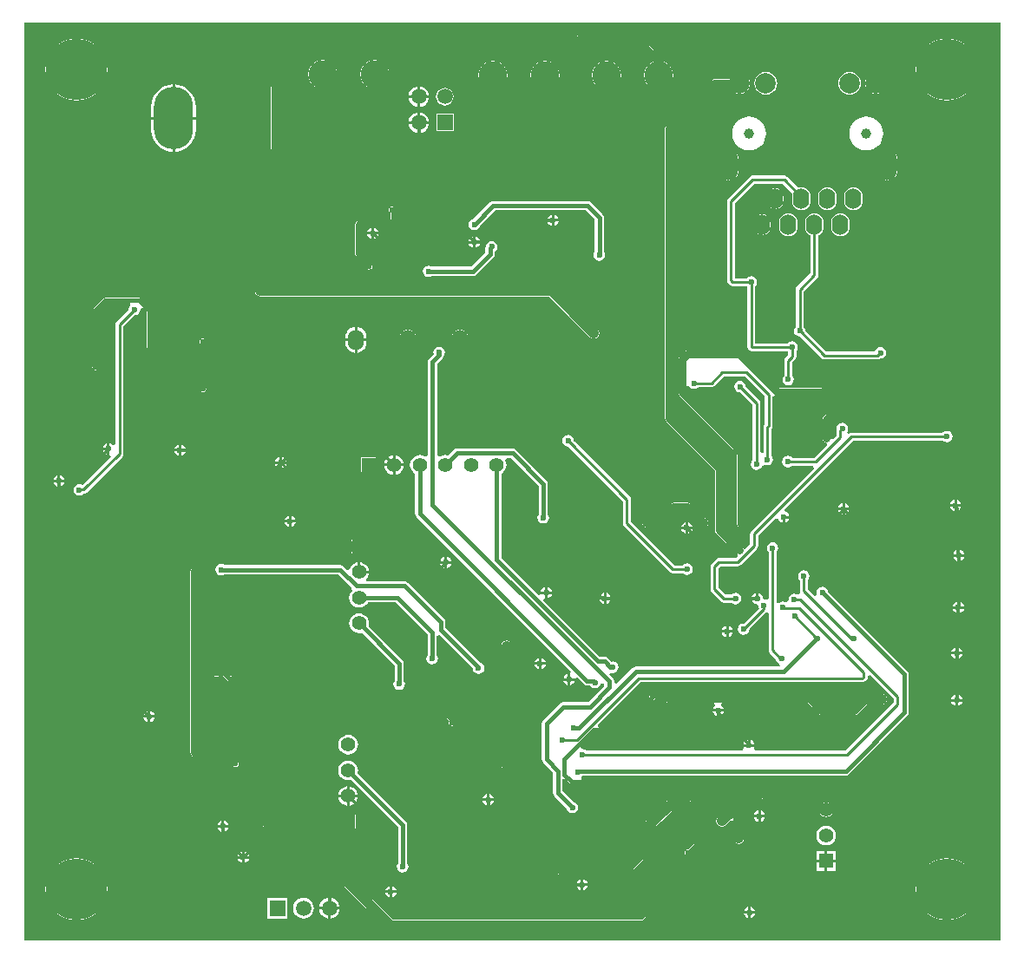
<source format=gbl>
G04*
G04 #@! TF.GenerationSoftware,Altium Limited,Altium Designer,23.0.1 (38)*
G04*
G04 Layer_Physical_Order=2*
G04 Layer_Color=16711680*
%FSTAX44Y44*%
%MOMM*%
G71*
G04*
G04 #@! TF.SameCoordinates,F694FBC8-736E-493C-811D-9B4FADD6A984*
G04*
G04*
G04 #@! TF.FilePolarity,Positive*
G04*
G01*
G75*
%ADD14C,0.2540*%
%ADD48C,1.0000*%
%ADD87C,1.4000*%
%ADD88R,1.4000X1.4000*%
%ADD96R,1.4000X1.4000*%
%ADD99C,0.3810*%
%ADD100C,1.0160*%
%ADD101C,0.7620*%
%ADD104O,1.6000X2.0000*%
%ADD105C,2.0000*%
%ADD106O,2.0000X3.0000*%
%ADD107R,3.8100X6.0960*%
%ADD108O,3.8100X6.0960*%
%ADD109C,2.7940*%
%ADD110C,1.5000*%
%ADD111R,1.5000X1.5000*%
%ADD112R,1.5240X2.0320*%
%ADD113O,1.5240X2.0320*%
%ADD114C,6.0000*%
%ADD115C,0.6000*%
G36*
X00952794Y-00002118D02*
X00000795D01*
Y00892882D01*
X00952794D01*
Y-00002118D01*
D02*
G37*
%LPC*%
G36*
X003425Y00856841D02*
X00338853Y00856361D01*
X00335455Y00854953D01*
X00332537Y00852714D01*
X00330297Y00849795D01*
X0032889Y00846397D01*
X0032841Y0084275D01*
X0032889Y00839103D01*
X00330297Y00835705D01*
X00332537Y00832787D01*
X00335455Y00830547D01*
X00338853Y0082914D01*
X003425Y0082866D01*
X00346147Y0082914D01*
X00349546Y00830547D01*
X00352464Y00832787D01*
X00354703Y00835705D01*
X00356111Y00839103D01*
X00356591Y0084275D01*
X00356111Y00846397D01*
X00354703Y00849795D01*
X00352464Y00852714D01*
X00349546Y00854953D01*
X00346147Y00856361D01*
X003425Y00856841D01*
D02*
G37*
G36*
X002917D02*
X00288053Y00856361D01*
X00284655Y00854953D01*
X00281737Y00852714D01*
X00279497Y00849795D01*
X0027809Y00846397D01*
X0027761Y0084275D01*
X0027809Y00839103D01*
X00279497Y00835705D01*
X00281737Y00832787D01*
X00284655Y00830547D01*
X00288053Y0082914D01*
X002917Y0082866D01*
X00295347Y0082914D01*
X00298745Y00830547D01*
X00301664Y00832787D01*
X00303903Y00835705D01*
X00305311Y00839103D01*
X00305791Y0084275D01*
X00305311Y00846397D01*
X00303903Y00849795D01*
X00301664Y00852714D01*
X00298745Y00854953D01*
X00295347Y00856361D01*
X002917Y00856841D01*
D02*
G37*
G36*
X00612671Y00880707D02*
X00542278D01*
X00540296Y00880313D01*
X00538615Y0087919D01*
X00514262Y00854837D01*
X00512397Y0085561D01*
X0050875Y0085609D01*
X00505103Y0085561D01*
X00501704Y00854203D01*
X00498786Y00851963D01*
X00496547Y00849045D01*
X00495139Y00845647D01*
X00494659Y00842D01*
X00495139Y00838353D01*
X00496547Y00834955D01*
X00498786Y00832036D01*
X00501704Y00829797D01*
X00505103Y00828389D01*
X0050875Y00827909D01*
X00512397Y00828389D01*
X00515795Y00829797D01*
X00518713Y00832036D01*
X00520953Y00834955D01*
X0052236Y00838353D01*
X0052284Y00842D01*
X0052236Y00845647D01*
X00521587Y00847513D01*
X00544423Y00870348D01*
X00610525D01*
X00614349Y00866524D01*
Y00854975D01*
X00612484Y00854203D01*
X00609565Y00851963D01*
X00607326Y00849045D01*
X00605918Y00845647D01*
X00605438Y00842D01*
X00605918Y00838353D01*
X00607326Y00834955D01*
X00609565Y00832036D01*
X00612484Y00829797D01*
X00615882Y00828389D01*
X00619529Y00827909D01*
X00623176Y00828389D01*
X00626574Y00829797D01*
X00629492Y00832036D01*
X00631732Y00834955D01*
X00633139Y00838353D01*
X00633619Y00842D01*
X00633139Y00845647D01*
X00631732Y00849045D01*
X00629492Y00851963D01*
X00626574Y00854203D01*
X00624708Y00854975D01*
Y0086867D01*
X00624708Y0086867D01*
X00624314Y00870652D01*
X00623191Y00872332D01*
X00616333Y0087919D01*
X00614653Y00880313D01*
X00612671Y00880707D01*
D02*
G37*
G36*
X00568729Y0085609D02*
X00565082Y0085561D01*
X00561684Y00854203D01*
X00558765Y00851963D01*
X00556526Y00849045D01*
X00555118Y00845647D01*
X00554638Y00842D01*
X00555118Y00838353D01*
X00556526Y00834955D01*
X00558765Y00832036D01*
X00561684Y00829797D01*
X00565082Y00828389D01*
X00568729Y00827909D01*
X00572376Y00828389D01*
X00575774Y00829797D01*
X00578692Y00832036D01*
X00580932Y00834955D01*
X00582339Y00838353D01*
X00582819Y00842D01*
X00582339Y00845647D01*
X00580932Y00849045D01*
X00578692Y00851963D01*
X00575774Y00854203D01*
X00572376Y0085561D01*
X00568729Y0085609D01*
D02*
G37*
G36*
X0045795D02*
X00454303Y0085561D01*
X00450905Y00854203D01*
X00447986Y00851963D01*
X00445747Y00849045D01*
X00444339Y00845647D01*
X00443859Y00842D01*
X00444339Y00838353D01*
X00445747Y00834955D01*
X00447986Y00832036D01*
X00450905Y00829797D01*
X00454303Y00828389D01*
X0045795Y00827909D01*
X00461597Y00828389D01*
X00464995Y00829797D01*
X00467913Y00832036D01*
X00470153Y00834955D01*
X0047156Y00838353D01*
X0047204Y00842D01*
X0047156Y00845647D01*
X00470153Y00849045D01*
X00467913Y00851963D01*
X00464995Y00854203D01*
X00461597Y0085561D01*
X0045795Y0085609D01*
D02*
G37*
G36*
X0083125Y00844086D02*
X0082864Y00843743D01*
X00826207Y00842735D01*
X00824118Y00841132D01*
X00822515Y00839043D01*
X00821507Y0083661D01*
X00821164Y00834D01*
X00821507Y00831389D01*
X00822515Y00828957D01*
X00824118Y00826868D01*
X00826207Y00825265D01*
X0082864Y00824257D01*
X0083125Y00823914D01*
X00833861Y00824257D01*
X00836293Y00825265D01*
X00838382Y00826868D01*
X00839985Y00828957D01*
X00840993Y00831389D01*
X00841336Y00834D01*
X00840993Y0083661D01*
X00839985Y00839043D01*
X00838382Y00841132D01*
X00836293Y00842735D01*
X00833861Y00843743D01*
X0083125Y00844086D01*
D02*
G37*
G36*
X0069875D02*
X0069614Y00843743D01*
X00693707Y00842735D01*
X00691618Y00841132D01*
X00690015Y00839043D01*
X00689536Y00837885D01*
X00674D01*
X00672513Y00837589D01*
X00671253Y00836747D01*
X0062707Y00792563D01*
X00626227Y00791303D01*
X00625932Y00789816D01*
Y00506936D01*
X00626227Y0050545D01*
X0062707Y00504189D01*
X00674615Y00456644D01*
Y00398068D01*
X00674911Y00396581D01*
X00675753Y00395321D01*
X00686039Y00385036D01*
X00686083Y00385006D01*
X00695304Y00375785D01*
X00696318Y00375108D01*
X00696825Y0037424D01*
X00696888Y00374072D01*
X00697057Y00372255D01*
X00695287Y00370485D01*
X00678194D01*
X00676707Y00370189D01*
X00675447Y00369347D01*
X00671243Y00365144D01*
X00670401Y00363883D01*
X00670106Y00362397D01*
Y00340372D01*
X00670401Y00338886D01*
X00671243Y00337626D01*
X00680452Y00328416D01*
X00681713Y00327575D01*
X00683199Y00327279D01*
X00690691D01*
X00690764Y00327169D01*
X00692597Y00325945D01*
X00694758Y00325515D01*
X0069692Y00325945D01*
X00698753Y00327169D01*
X00699977Y00329002D01*
X00700407Y00331163D01*
X00699977Y00333325D01*
X00698753Y00335158D01*
X0069692Y00336382D01*
X00694758Y00336812D01*
X00692597Y00336382D01*
X00690764Y00335158D01*
X00690691Y00335048D01*
X00684808D01*
X00677875Y00341982D01*
Y00360788D01*
X00679803Y00362716D01*
X00696896D01*
X00698382Y00363011D01*
X00699643Y00363853D01*
X00715497Y00379707D01*
X00716339Y00380968D01*
X00716635Y00382454D01*
Y00392765D01*
X00733553Y00409684D01*
X00736309Y00408848D01*
X0073638Y00408489D01*
X00737605Y00406657D01*
X00739437Y00405433D01*
X00740329Y00405255D01*
Y00410651D01*
X00741599D01*
Y00411921D01*
X00746995D01*
X00746818Y00412813D01*
X00745593Y00414645D01*
X00743761Y0041587D01*
X00743402Y00415941D01*
X00742566Y00418697D01*
X00809235Y00485365D01*
X00896683D01*
X00896756Y00485256D01*
X00898588Y00484031D01*
X0090075Y00483601D01*
X00902912Y00484031D01*
X00904744Y00485256D01*
X00905969Y00487088D01*
X00906399Y0048925D01*
X00905969Y00491412D01*
X00904744Y00493244D01*
X00902912Y00494469D01*
X0090075Y00494899D01*
X00898588Y00494469D01*
X00896756Y00493244D01*
X00896683Y00493135D01*
X00807626D01*
X00806139Y00492839D01*
X00804879Y00491997D01*
X00803322Y00493892D01*
X00804007Y00494917D01*
X00804437Y00497079D01*
X00804007Y00499241D01*
X00802782Y00501073D01*
X0080095Y00502298D01*
X00798788Y00502728D01*
X00796627Y00502298D01*
X00794794Y00501073D01*
X0079357Y00499241D01*
X0079314Y00497079D01*
X00793243Y0049656D01*
X0079296Y00495135D01*
Y00490092D01*
X00789591Y00486723D01*
X007881Y00487184D01*
X00787151Y00487875D01*
Y00504231D01*
X00789241Y0050632D01*
X00790083Y00507581D01*
X00790378Y00509067D01*
Y00524421D01*
X00790083Y00525908D01*
X00789241Y00527168D01*
X00780842Y00535567D01*
X00779581Y00536409D01*
X00778095Y00536705D01*
X00736815D01*
X00701023Y00572497D01*
X00699763Y00573339D01*
X00698276Y00573635D01*
X0064775D01*
X00646263Y00573339D01*
X00645003Y00572497D01*
X00639893Y00567387D01*
X00639051Y00566127D01*
X00638755Y0056464D01*
Y0053236D01*
X00639051Y00530873D01*
X00639893Y00529613D01*
X00691923Y00477583D01*
X00692161Y00476389D01*
X00693003Y00475129D01*
X00696187Y00471944D01*
Y00403812D01*
X00696483Y00402325D01*
X00697325Y00401065D01*
X00698585Y00400223D01*
X00700072Y00399927D01*
X00701559Y00400223D01*
X00702819Y00401065D01*
X00703661Y00402325D01*
X00703957Y00403812D01*
Y00473553D01*
X00703661Y0047504D01*
X00702819Y004763D01*
X00699576Y00479543D01*
X00699339Y00480737D01*
X00698496Y00481997D01*
X00646525Y00533969D01*
Y00538347D01*
X00647832Y00538764D01*
X00649065Y00538769D01*
X00650076Y00537256D01*
X00651908Y00536031D01*
X0065407Y00535602D01*
X00656232Y00536031D01*
X00658064Y00537256D01*
X00658137Y00537365D01*
X00670875D01*
X00672361Y00537661D01*
X00673622Y00538503D01*
X00682984Y00547865D01*
X00703891D01*
X00722918Y00528838D01*
Y00501295D01*
X00722873Y0050125D01*
X00722031Y0049999D01*
X00721735Y00498503D01*
Y00473124D01*
X00721461Y00472921D01*
X00718921Y00474199D01*
Y00521964D01*
X00718625Y00523451D01*
X00717783Y00524711D01*
X00704623Y00537871D01*
X00704649Y00538D01*
X00704219Y00540162D01*
X00702994Y00541994D01*
X00701162Y00543218D01*
X00699Y00543648D01*
X00696838Y00543218D01*
X00695006Y00541994D01*
X00693781Y00540162D01*
X00693352Y00538D01*
X00693781Y00535838D01*
X00695006Y00534006D01*
X00696838Y00532781D01*
X00699Y00532351D01*
X00699129Y00532377D01*
X00711151Y00520355D01*
Y00466317D01*
X00711042Y00466244D01*
X00709818Y00464412D01*
X00709388Y0046225D01*
X00709818Y00460088D01*
X00711042Y00458256D01*
X00712874Y00457032D01*
X00715036Y00456601D01*
X00717198Y00457032D01*
X0071903Y00458256D01*
X00720255Y00460088D01*
X00720357Y00460604D01*
X00723171Y00461779D01*
X00723458Y00461587D01*
X0072562Y00461157D01*
X00727781Y00461587D01*
X00729614Y00462812D01*
X00730838Y00464644D01*
X00731268Y00466806D01*
X00730838Y00468967D01*
X00729614Y004708D01*
X00729504Y00470873D01*
Y00496894D01*
X0072955Y00496939D01*
X00730392Y004982D01*
X00730688Y00499686D01*
Y00528267D01*
X00731076Y00528663D01*
X00733228Y0052956D01*
X0073372Y00529231D01*
X00735206Y00528935D01*
X00776486D01*
X00782609Y00522812D01*
Y00510676D01*
X0078052Y00508587D01*
X00779678Y00507327D01*
X00779382Y0050584D01*
Y00487477D01*
X00779678Y0048599D01*
X0078052Y0048473D01*
X0078178Y00483888D01*
X00782935Y00483658D01*
X0078359Y00482547D01*
X00784021Y00481153D01*
X00771482Y00468614D01*
X00749817D01*
X00749744Y00468723D01*
X00747911Y00469948D01*
X0074575Y00470378D01*
X00743588Y00469948D01*
X00741756Y00468723D01*
X00740531Y0046689D01*
X00740101Y00464729D01*
X00740531Y00462567D01*
X00741756Y00460735D01*
X00743588Y0045951D01*
X0074575Y0045908D01*
X00747911Y0045951D01*
X00749744Y00460735D01*
X00749817Y00460844D01*
X00770134D01*
X00771186Y00458304D01*
X00710003Y00397121D01*
X00709161Y00395861D01*
X00708865Y00394374D01*
Y00384063D01*
X00704328Y00379526D01*
X00702015Y0037995D01*
X00701475Y00380265D01*
X00700798Y00381279D01*
X00700798Y00381279D01*
X00691547Y00390529D01*
X00691502Y00390559D01*
X00682385Y00399677D01*
Y00458253D01*
X00682089Y00459739D01*
X00681247Y00460999D01*
X00633701Y00508545D01*
Y00788207D01*
X00675609Y00830115D01*
X00689536D01*
X00690015Y00828957D01*
X00691618Y00826868D01*
X00693707Y00825265D01*
X0069614Y00824257D01*
X0069875Y00823914D01*
X00701361Y00824257D01*
X00703794Y00825265D01*
X00705882Y00826868D01*
X00707485Y00828957D01*
X00708493Y00831389D01*
X00708837Y00834D01*
X00708493Y0083661D01*
X00707485Y00839043D01*
X00705882Y00841132D01*
X00703794Y00842735D01*
X00701361Y00843743D01*
X0069875Y00844086D01*
D02*
G37*
G36*
X0080585Y00845111D02*
X00802974Y00844732D01*
X00800294Y00843622D01*
X00797993Y00841857D01*
X00796228Y00839556D01*
X00795118Y00836876D01*
X00794739Y00834D01*
X00795118Y00831124D01*
X00796228Y00828444D01*
X00797993Y00826143D01*
X00800294Y00824378D01*
X00802974Y00823268D01*
X0080585Y00822889D01*
X00808726Y00823268D01*
X00811405Y00824378D01*
X00813707Y00826143D01*
X00815472Y00828444D01*
X00816582Y00831124D01*
X00816961Y00834D01*
X00816582Y00836876D01*
X00815472Y00839556D01*
X00813707Y00841857D01*
X00811405Y00843622D01*
X00808726Y00844732D01*
X0080585Y00845111D01*
D02*
G37*
G36*
X0072415D02*
X00721275Y00844732D01*
X00718595Y00843622D01*
X00716294Y00841857D01*
X00714528Y00839556D01*
X00713418Y00836876D01*
X00713039Y00834D01*
X00713418Y00831124D01*
X00714528Y00828444D01*
X00716294Y00826143D01*
X00718595Y00824378D01*
X00721275Y00823268D01*
X0072415Y00822889D01*
X00727026Y00823268D01*
X00729706Y00824378D01*
X00732007Y00826143D01*
X00733773Y00828444D01*
X00734883Y00831124D01*
X00735262Y00834D01*
X00734883Y00836876D01*
X00733773Y00839556D01*
X00732007Y00841857D01*
X00729706Y00843622D01*
X00727026Y00844732D01*
X0072415Y00845111D01*
D02*
G37*
G36*
X0038687Y00830959D02*
Y0082227D01*
X00395559D01*
X00395382Y00823621D01*
X0039437Y00826063D01*
X00392761Y00828161D01*
X00390663Y0082977D01*
X00388221Y00830782D01*
X0038687Y00830959D01*
D02*
G37*
G36*
X0038433D02*
X00382979Y00830782D01*
X00380537Y0082977D01*
X00378439Y00828161D01*
X0037683Y00826063D01*
X00375818Y00823621D01*
X00375641Y0082227D01*
X0038433D01*
Y00830959D01*
D02*
G37*
G36*
X009005Y00877593D02*
X00895793Y00877222D01*
X00891201Y0087612D01*
X00886838Y00874313D01*
X00882812Y00871845D01*
X00879221Y00868779D01*
X00876155Y00865188D01*
X00873687Y00861162D01*
X0087188Y00856799D01*
X00870778Y00852207D01*
X00870407Y008475D01*
X00870778Y00842792D01*
X0087188Y00838201D01*
X00873687Y00833838D01*
X00876155Y00829812D01*
X00879221Y00826221D01*
X00882812Y00823154D01*
X00886838Y00820687D01*
X00891201Y0081888D01*
X00895793Y00817778D01*
X009005Y00817407D01*
X00905208Y00817778D01*
X00909799Y0081888D01*
X00914162Y00820687D01*
X00918188Y00823154D01*
X00921779Y00826221D01*
X00924846Y00829812D01*
X00927313Y00833838D01*
X0092912Y00838201D01*
X00930222Y00842792D01*
X00930593Y008475D01*
X00930222Y00852207D01*
X0092912Y00856799D01*
X00927313Y00861162D01*
X00924846Y00865188D01*
X00921779Y00868779D01*
X00918188Y00871845D01*
X00914162Y00874313D01*
X00909799Y0087612D01*
X00905208Y00877222D01*
X009005Y00877593D01*
D02*
G37*
G36*
X000515D02*
X00046792Y00877222D01*
X00042201Y0087612D01*
X00037838Y00874313D01*
X00033812Y00871845D01*
X00030221Y00868779D01*
X00027155Y00865188D01*
X00024687Y00861162D01*
X0002288Y00856799D01*
X00021778Y00852207D01*
X00021407Y008475D01*
X00021778Y00842792D01*
X0002288Y00838201D01*
X00024687Y00833838D01*
X00027155Y00829812D01*
X00030221Y00826221D01*
X00033812Y00823154D01*
X00037838Y00820687D01*
X00042201Y0081888D01*
X00046792Y00817778D01*
X000515Y00817407D01*
X00056208Y00817778D01*
X00060799Y0081888D01*
X00065162Y00820687D01*
X00069188Y00823154D01*
X00072779Y00826221D01*
X00075846Y00829812D01*
X00078313Y00833838D01*
X0008012Y00838201D01*
X00081222Y00842792D01*
X00081593Y008475D01*
X00081222Y00852207D01*
X0008012Y00856799D01*
X00078313Y00861162D01*
X00075846Y00865188D01*
X00072779Y00868779D01*
X00069188Y00871845D01*
X00065162Y00874313D01*
X00060799Y0087612D01*
X00056208Y00877222D01*
X000515Y00877593D01*
D02*
G37*
G36*
X00411Y00829589D02*
X00408777Y00829297D01*
X00406705Y00828439D01*
X00404926Y00827074D01*
X00403561Y00825295D01*
X00402703Y00823223D01*
X00402411Y00821D01*
X00402703Y00818777D01*
X00403561Y00816705D01*
X00404926Y00814926D01*
X00406705Y00813561D01*
X00408777Y00812703D01*
X00411Y00812411D01*
X00413223Y00812703D01*
X00415295Y00813561D01*
X00417074Y00814926D01*
X00418439Y00816705D01*
X00419297Y00818777D01*
X0041959Y00821D01*
X00419297Y00823223D01*
X00418439Y00825295D01*
X00417074Y00827074D01*
X00415295Y00828439D01*
X00413223Y00829297D01*
X00411Y00829589D01*
D02*
G37*
G36*
X00395559Y0081973D02*
X0038687D01*
Y00811041D01*
X00388221Y00811218D01*
X00390663Y0081223D01*
X00392761Y00813839D01*
X0039437Y00815937D01*
X00395382Y00818379D01*
X00395559Y0081973D01*
D02*
G37*
G36*
X0038433D02*
X00375641D01*
X00375818Y00818379D01*
X0037683Y00815937D01*
X00378439Y00813839D01*
X00380537Y0081223D01*
X00382979Y00811218D01*
X0038433Y00811041D01*
Y0081973D01*
D02*
G37*
G36*
X00147685Y00832999D02*
Y0080127D01*
X0016811D01*
Y0081143D01*
X00167693Y00815662D01*
X00166458Y00819732D01*
X00164454Y00823483D01*
X00161756Y0082677D01*
X00158468Y00829468D01*
X00154717Y00831473D01*
X00150648Y00832708D01*
X00147685Y00832999D01*
D02*
G37*
G36*
X00145145D02*
X00142183Y00832708D01*
X00138113Y00831473D01*
X00134362Y00829468D01*
X00131075Y0082677D01*
X00128377Y00823483D01*
X00126372Y00819732D01*
X00125138Y00815662D01*
X00124721Y0081143D01*
Y0080127D01*
X00145145D01*
Y00832999D01*
D02*
G37*
G36*
X0038687Y00805559D02*
Y0079687D01*
X00395559D01*
X00395382Y00798221D01*
X0039437Y00800663D01*
X00392761Y00802761D01*
X00390663Y0080437D01*
X00388221Y00805382D01*
X0038687Y00805559D01*
D02*
G37*
G36*
X0038433Y00805559D02*
X00382979Y00805382D01*
X00380537Y0080437D01*
X00378439Y00802761D01*
X0037683Y00800663D01*
X00375818Y00798221D01*
X00375641Y0079687D01*
X0038433D01*
Y00805559D01*
D02*
G37*
G36*
X00419516Y00804116D02*
X00402484D01*
Y00787084D01*
X00419516D01*
Y00804116D01*
D02*
G37*
G36*
X00395559Y0079433D02*
X0038687D01*
Y00785641D01*
X00388221Y00785818D01*
X00390663Y0078683D01*
X00392761Y00788439D01*
X0039437Y00790537D01*
X00395382Y00792979D01*
X00395559Y0079433D01*
D02*
G37*
G36*
X0038433D02*
X00375641D01*
X00375818Y00792979D01*
X0037683Y00790537D01*
X00378439Y00788439D01*
X00380537Y0078683D01*
X00382979Y00785818D01*
X0038433Y00785641D01*
Y0079433D01*
D02*
G37*
G36*
X00241665Y0083048D02*
X00203565D01*
Y0076952D01*
X00241665D01*
Y0083048D01*
D02*
G37*
G36*
X0082215Y0080158D02*
X00818916Y00801261D01*
X00815805Y00800318D01*
X00812939Y00798785D01*
X00810426Y00796723D01*
X00808365Y00794211D01*
X00806833Y00791345D01*
X00805889Y00788234D01*
X0080557Y00785D01*
X00805889Y00781765D01*
X00806833Y00778655D01*
X00808365Y00775788D01*
X00810426Y00773276D01*
X00812939Y00771214D01*
X00815805Y00769682D01*
X00818916Y00768738D01*
X0082215Y0076842D01*
X00825385Y00768738D01*
X00828495Y00769682D01*
X00831361Y00771214D01*
X00833874Y00773276D01*
X00835936Y00775788D01*
X00837468Y00778655D01*
X00838411Y00781765D01*
X0083873Y00785D01*
X00838411Y00788234D01*
X00837468Y00791345D01*
X00835936Y00794211D01*
X00833874Y00796723D01*
X00831361Y00798785D01*
X00828495Y00800318D01*
X00825385Y00801261D01*
X0082215Y0080158D01*
D02*
G37*
G36*
X0070785D02*
X00704616Y00801261D01*
X00701505Y00800318D01*
X00698639Y00798785D01*
X00696126Y00796723D01*
X00694065Y00794211D01*
X00692533Y00791345D01*
X00691589Y00788234D01*
X0069127Y00785D01*
X00691589Y00781765D01*
X00692533Y00778655D01*
X00694065Y00775788D01*
X00696126Y00773276D01*
X00698639Y00771214D01*
X00701505Y00769682D01*
X00704616Y00768738D01*
X0070785Y0076842D01*
X00711085Y00768738D01*
X00714195Y00769682D01*
X00717061Y00771214D01*
X00719574Y00773276D01*
X00721636Y00775788D01*
X00723168Y00778655D01*
X00724111Y00781765D01*
X0072443Y00785D01*
X00724111Y00788234D01*
X00723168Y00791345D01*
X00721636Y00794211D01*
X00719574Y00796723D01*
X00717061Y00798785D01*
X00714195Y00800318D01*
X00711085Y00801261D01*
X0070785Y0080158D01*
D02*
G37*
G36*
X0016811Y0079873D02*
X00147685D01*
Y00767001D01*
X00150648Y00767292D01*
X00154717Y00768527D01*
X00158468Y00770532D01*
X00161756Y0077323D01*
X00164454Y00776517D01*
X00166458Y00780268D01*
X00167693Y00784337D01*
X0016811Y0078857D01*
Y0079873D01*
D02*
G37*
G36*
X00145145D02*
X00124721D01*
Y0078857D01*
X00125138Y00784337D01*
X00126372Y00780268D01*
X00128377Y00776517D01*
X00131075Y0077323D01*
X00134362Y00770532D01*
X00138113Y00768527D01*
X00142183Y00767292D01*
X00145145Y00767001D01*
Y0079873D01*
D02*
G37*
G36*
X0084245Y00769586D02*
X0083984Y00769243D01*
X00837407Y00768235D01*
X00835318Y00766632D01*
X00833715Y00764543D01*
X00832708Y00762111D01*
X00832364Y007595D01*
Y007495D01*
X00832708Y00746889D01*
X00833715Y00744457D01*
X00835318Y00742368D01*
X00837407Y00740765D01*
X0083984Y00739757D01*
X0084245Y00739414D01*
X00845061Y00739757D01*
X00847494Y00740765D01*
X00849583Y00742368D01*
X00851185Y00744457D01*
X00852193Y00746889D01*
X00852537Y007495D01*
Y007595D01*
X00852193Y00762111D01*
X00851185Y00764543D01*
X00849583Y00766632D01*
X00847494Y00768235D01*
X00845061Y00769243D01*
X0084245Y00769586D01*
D02*
G37*
G36*
X0068755D02*
X00684939Y00769243D01*
X00682507Y00768235D01*
X00680418Y00766632D01*
X00678815Y00764543D01*
X00677807Y00762111D01*
X00677464Y007595D01*
Y007495D01*
X00677807Y00746889D01*
X00678815Y00744457D01*
X00680418Y00742368D01*
X00682507Y00740765D01*
X00684939Y00739757D01*
X0068755Y00739414D01*
X00690161Y00739757D01*
X00692593Y00740765D01*
X00694682Y00742368D01*
X00696285Y00744457D01*
X00697293Y00746889D01*
X00697636Y007495D01*
Y007595D01*
X00697293Y00762111D01*
X00696285Y00764543D01*
X00694682Y00766632D01*
X00692593Y00768235D01*
X00690161Y00769243D01*
X0068755Y00769586D01*
D02*
G37*
G36*
X007333Y00731569D02*
X00731212Y00731294D01*
X00729266Y00730488D01*
X00727594Y00729205D01*
X00726312Y00727534D01*
X00725506Y00725588D01*
X00725231Y007235D01*
Y007195D01*
X00725506Y00717411D01*
X00726312Y00715465D01*
X00727594Y00713794D01*
X00729266Y00712512D01*
X00731212Y00711706D01*
X007333Y00711431D01*
X00735388Y00711706D01*
X00737335Y00712512D01*
X00739006Y00713794D01*
X00740288Y00715465D01*
X00741094Y00717411D01*
X00741369Y007195D01*
Y007235D01*
X00741094Y00725588D01*
X00740288Y00727534D01*
X00739006Y00729205D01*
X00737335Y00730488D01*
X00735388Y00731294D01*
X007333Y00731569D01*
D02*
G37*
G36*
X008095Y00732594D02*
X00807146Y00732284D01*
X00804953Y00731375D01*
X0080307Y0072993D01*
X00801625Y00728047D01*
X00800716Y00725854D01*
X00800406Y007235D01*
Y007195D01*
X00800716Y00717146D01*
X00801625Y00714953D01*
X0080307Y0071307D01*
X00804953Y00711624D01*
X00807146Y00710716D01*
X008095Y00710406D01*
X00811854Y00710716D01*
X00814047Y00711624D01*
X0081593Y0071307D01*
X00817375Y00714953D01*
X00818284Y00717146D01*
X00818594Y007195D01*
Y007235D01*
X00818284Y00725854D01*
X00817375Y00728047D01*
X0081593Y0072993D01*
X00814047Y00731375D01*
X00811854Y00732284D01*
X008095Y00732594D01*
D02*
G37*
G36*
X007841D02*
X00781746Y00732284D01*
X00779553Y00731375D01*
X0077767Y0072993D01*
X00776225Y00728047D01*
X00775316Y00725854D01*
X00775006Y007235D01*
Y007195D01*
X00775316Y00717146D01*
X00776225Y00714953D01*
X0077767Y0071307D01*
X00779553Y00711624D01*
X00781746Y00710716D01*
X007841Y00710406D01*
X00786454Y00710716D01*
X00788647Y00711624D01*
X0079053Y0071307D01*
X00791975Y00714953D01*
X00792884Y00717146D01*
X00793194Y007195D01*
Y007235D01*
X00792884Y00725854D01*
X00791975Y00728047D01*
X0079053Y0072993D01*
X00788647Y00731375D01*
X00786454Y00732284D01*
X007841Y00732594D01*
D02*
G37*
G36*
X007422Y00743885D02*
X007111D01*
X00709613Y00743589D01*
X00708353Y00742747D01*
X00687253Y00721647D01*
X00686411Y00720387D01*
X00686115Y007189D01*
Y00641488D01*
X00686411Y00640001D01*
X00687253Y00638741D01*
X00688741Y00637253D01*
X00690001Y00636411D01*
X00691488Y00636115D01*
X00705933D01*
X00706006Y00636006D01*
X00706115Y00635933D01*
Y005765D01*
X00706411Y00575013D01*
X00707253Y00573753D01*
X00708513Y00572911D01*
X0071Y00572615D01*
X00745683D01*
X00745756Y00572506D01*
X00746115Y00572266D01*
Y00568984D01*
X00743253Y00566121D01*
X00742411Y00564861D01*
X00742115Y00563375D01*
Y00549067D01*
X00742006Y00548994D01*
X00740781Y00547162D01*
X00740351Y00545D01*
X00740781Y00542838D01*
X00742006Y00541006D01*
X00743838Y00539781D01*
X00746Y00539352D01*
X00748162Y00539781D01*
X00749994Y00541006D01*
X00751219Y00542838D01*
X00751648Y00545D01*
X00751219Y00547162D01*
X00749994Y00548994D01*
X00749885Y00549067D01*
Y00561766D01*
X00752747Y00564628D01*
X00753589Y00565888D01*
X00753885Y00567375D01*
Y00572716D01*
X00754969Y00574338D01*
X00755398Y005765D01*
X00754969Y00578662D01*
X00753744Y00580494D01*
X00751912Y00581718D01*
X0074975Y00582149D01*
X00747588Y00581718D01*
X00745756Y00580494D01*
X00745683Y00580385D01*
X00713885D01*
Y00635933D01*
X00713994Y00636006D01*
X00715219Y00637838D01*
X00715648Y0064D01*
X00715219Y00642162D01*
X00713994Y00643994D01*
X00712162Y00645219D01*
X0071Y00645648D01*
X00707838Y00645219D01*
X00706006Y00643994D01*
X00705933Y00643885D01*
X00693885D01*
Y00717291D01*
X00712709Y00736115D01*
X00740591D01*
X0075019Y00726516D01*
X00749916Y00725854D01*
X00749606Y007235D01*
Y007195D01*
X00749916Y00717146D01*
X00750825Y00714953D01*
X0075227Y0071307D01*
X00754153Y00711624D01*
X00756346Y00710716D01*
X007587Y00710406D01*
X00761054Y00710716D01*
X00763247Y00711624D01*
X0076513Y0071307D01*
X00766575Y00714953D01*
X00767484Y00717146D01*
X00767794Y007195D01*
Y007235D01*
X00767484Y00725854D01*
X00766575Y00728047D01*
X0076513Y0072993D01*
X00763247Y00731375D01*
X00761054Y00732284D01*
X007587Y00732594D01*
X00756346Y00732284D01*
X00755684Y00732009D01*
X00744947Y00742747D01*
X00743686Y00743589D01*
X007422Y00743885D01*
D02*
G37*
G36*
X0051782Y00705646D02*
Y0070152D01*
X00521946D01*
X00521769Y00702412D01*
X00520544Y00704244D01*
X00518712Y00705469D01*
X0051782Y00705646D01*
D02*
G37*
G36*
X0051528D02*
X00514389Y00705469D01*
X00512556Y00704244D01*
X00511332Y00702412D01*
X00511154Y0070152D01*
X0051528D01*
Y00705646D01*
D02*
G37*
G36*
X003595Y00713809D02*
X0035833Y00713576D01*
X00357337Y00712913D01*
X00356674Y0071192D01*
X00356441Y0071075D01*
X00356674Y00709579D01*
X00357337Y00708587D01*
X00358125Y0070806D01*
Y00701432D01*
X0035646Y00699766D01*
X00326295D01*
X00325323Y00699363D01*
X00325323Y00699363D01*
X00323835Y00697875D01*
X00323433Y00696903D01*
X00323433Y00696903D01*
Y00667443D01*
X00323433Y00667443D01*
X00323835Y00666471D01*
X00334126Y0065618D01*
X00333941Y0065525D01*
X00334174Y0065408D01*
X00334837Y00653087D01*
X0033583Y00652424D01*
X00337Y00652191D01*
X00338171Y00652424D01*
X00339163Y00653087D01*
X00339826Y0065408D01*
X00340059Y0065525D01*
X00339826Y00656421D01*
X00339163Y00657413D01*
X00338171Y00658076D01*
X00337Y00658309D01*
X0033607Y00658124D01*
X00326182Y00668012D01*
Y00696334D01*
X00326865Y00697016D01*
X00357029D01*
X00357029Y00697016D01*
X00358001Y00697419D01*
X00360472Y0069989D01*
X00360875Y00700862D01*
X00360875Y00700862D01*
Y0070806D01*
X00361663Y00708587D01*
X00362326Y00709579D01*
X00362559Y0071075D01*
X00362326Y0071192D01*
X00361663Y00712913D01*
X00360671Y00713576D01*
X003595Y00713809D01*
D02*
G37*
G36*
X00521946Y0069898D02*
X0051782D01*
Y00694854D01*
X00518712Y00695032D01*
X00520544Y00696256D01*
X00521769Y00698088D01*
X00521946Y0069898D01*
D02*
G37*
G36*
X0051528D02*
X00511154D01*
X00511332Y00698088D01*
X00512556Y00696256D01*
X00514389Y00695032D01*
X0051528Y00694854D01*
Y0069898D01*
D02*
G37*
G36*
X0034202Y00693078D02*
Y00688952D01*
X00346146D01*
X00345969Y00689844D01*
X00344744Y00691676D01*
X00342912Y00692901D01*
X0034202Y00693078D01*
D02*
G37*
G36*
X0033948D02*
X00338588Y00692901D01*
X00336756Y00691676D01*
X00335532Y00689844D01*
X00335354Y00688952D01*
X0033948D01*
Y00693078D01*
D02*
G37*
G36*
X007206Y00706169D02*
X00718512Y00705894D01*
X00716565Y00705088D01*
X00714894Y00703805D01*
X00713612Y00702134D01*
X00712806Y00700188D01*
X00712531Y006981D01*
Y006941D01*
X00712806Y00692011D01*
X00713612Y00690065D01*
X00714894Y00688394D01*
X00716565Y00687112D01*
X00718512Y00686306D01*
X007206Y00686031D01*
X00722688Y00686306D01*
X00724634Y00687112D01*
X00726306Y00688394D01*
X00727588Y00690065D01*
X00728394Y00692011D01*
X00728669Y006941D01*
Y006981D01*
X00728394Y00700188D01*
X00727588Y00702134D01*
X00726306Y00703805D01*
X00724634Y00705088D01*
X00722688Y00705894D01*
X007206Y00706169D01*
D02*
G37*
G36*
X007968Y00707194D02*
X00794446Y00706884D01*
X00792253Y00705975D01*
X0079037Y0070453D01*
X00788925Y00702647D01*
X00788016Y00700453D01*
X00787706Y006981D01*
Y006941D01*
X00788016Y00691746D01*
X00788925Y00689553D01*
X0079037Y0068767D01*
X00792253Y00686224D01*
X00794446Y00685316D01*
X007968Y00685006D01*
X00799154Y00685316D01*
X00801347Y00686224D01*
X0080323Y0068767D01*
X00804676Y00689553D01*
X00805584Y00691746D01*
X00805894Y006941D01*
Y006981D01*
X00805584Y00700453D01*
X00804676Y00702647D01*
X0080323Y0070453D01*
X00801347Y00705975D01*
X00799154Y00706884D01*
X007968Y00707194D01*
D02*
G37*
G36*
X00746D02*
X00743646Y00706884D01*
X00741453Y00705975D01*
X0073957Y0070453D01*
X00738125Y00702647D01*
X00737216Y00700453D01*
X00736906Y006981D01*
Y006941D01*
X00737216Y00691746D01*
X00738125Y00689553D01*
X0073957Y0068767D01*
X00741453Y00686224D01*
X00743646Y00685316D01*
X00746Y00685006D01*
X00748354Y00685316D01*
X00750547Y00686224D01*
X0075243Y0068767D01*
X00753876Y00689553D01*
X00754784Y00691746D01*
X00755094Y006941D01*
Y006981D01*
X00754784Y00700453D01*
X00753876Y00702647D01*
X0075243Y0070453D01*
X00750547Y00705975D01*
X00748354Y00706884D01*
X00746Y00707194D01*
D02*
G37*
G36*
X00346146Y00686412D02*
X0034202D01*
Y00682286D01*
X00342912Y00682464D01*
X00344744Y00683688D01*
X00345969Y0068552D01*
X00346146Y00686412D01*
D02*
G37*
G36*
X0033948D02*
X00335354D01*
X00335532Y0068552D01*
X00336756Y00683688D01*
X00338588Y00682464D01*
X0033948Y00682286D01*
Y00686412D01*
D02*
G37*
G36*
X0044102Y00684396D02*
Y0068027D01*
X00445146D01*
X00444969Y00681162D01*
X00443744Y00682994D01*
X00441912Y00684219D01*
X0044102Y00684396D01*
D02*
G37*
G36*
X0043848D02*
X00437588Y00684219D01*
X00435756Y00682994D01*
X00434532Y00681162D01*
X00434354Y0068027D01*
X0043848D01*
Y00684396D01*
D02*
G37*
G36*
X00445146Y0067773D02*
X0044102D01*
Y00673604D01*
X00441912Y00673782D01*
X00443744Y00675006D01*
X00444969Y00676838D01*
X00445146Y0067773D01*
D02*
G37*
G36*
X0043848D02*
X00434354D01*
X00434532Y00676838D01*
X00435756Y00675006D01*
X00437588Y00673782D01*
X0043848Y00673604D01*
Y0067773D01*
D02*
G37*
G36*
X00550036Y007192D02*
X00458168D01*
X00456433Y00718855D01*
X00454963Y00717873D01*
X00454963Y00717872D01*
X004388Y0070171D01*
X00437588Y00701469D01*
X00435756Y00700244D01*
X00434532Y00698412D01*
X00434101Y0069625D01*
X00434532Y00694089D01*
X00435756Y00692256D01*
X00437588Y00691031D01*
X0043975Y00690602D01*
X00441912Y00691031D01*
X00443744Y00692256D01*
X00444969Y00694089D01*
X0044521Y006953D01*
X00460045Y00710136D01*
X00548159D01*
X00557218Y00701077D01*
Y00669689D01*
X00556531Y00668662D01*
X00556101Y006665D01*
X00556531Y00664338D01*
X00557756Y00662506D01*
X00559588Y00661281D01*
X0056175Y00660852D01*
X00563912Y00661281D01*
X00565744Y00662506D01*
X00566969Y00664338D01*
X00567398Y006665D01*
X00566969Y00668662D01*
X00566282Y00669689D01*
Y00702954D01*
X00565937Y00704689D01*
X00564955Y00706159D01*
X00564955Y00706159D01*
X00553241Y00717873D01*
X00551771Y00718855D01*
X00550036Y007192D01*
D02*
G37*
G36*
X0045675Y00680149D02*
X00454588Y00679719D01*
X00452756Y00678494D01*
X00451531Y00676662D01*
X00451213Y00675058D01*
X00450862Y00674533D01*
X00450517Y00672799D01*
Y00669266D01*
X00446705Y00665455D01*
X00446084Y00664525D01*
X00436591Y00655032D01*
X00398189D01*
X00397162Y00655719D01*
X00395Y00656149D01*
X00392838Y00655719D01*
X00391006Y00654494D01*
X00389781Y00652662D01*
X00389352Y006505D01*
X00389781Y00648338D01*
X00391006Y00646506D01*
X00392838Y00645281D01*
X00395Y00644852D01*
X00397162Y00645281D01*
X00398189Y00645968D01*
X00438468D01*
X00440203Y00646313D01*
X00441673Y00647295D01*
X00453115Y00658737D01*
X00453115Y00658737D01*
X00453736Y00659667D01*
X00458254Y00664184D01*
X00458254Y00664184D01*
X00459236Y00665655D01*
X00459581Y00667389D01*
X00459581Y00667389D01*
Y00669729D01*
X00460744Y00670506D01*
X00461969Y00672338D01*
X00462398Y006745D01*
X00461969Y00676662D01*
X00460744Y00678494D01*
X00458912Y00679719D01*
X0045675Y00680149D01*
D02*
G37*
G36*
X0032542Y0059637D02*
Y0058502D01*
X00334398D01*
Y0058629D01*
X00334049Y00588942D01*
X00333025Y00591414D01*
X00331396Y00593536D01*
X00329274Y00595165D01*
X00326802Y00596188D01*
X0032542Y0059637D01*
D02*
G37*
G36*
X0032288D02*
X00321498Y00596188D01*
X00319026Y00595165D01*
X00316904Y00593536D01*
X00315275Y00591414D01*
X00314252Y00588942D01*
X00313902Y0058629D01*
Y0058502D01*
X0032288D01*
Y0059637D01*
D02*
G37*
G36*
X0051525Y00636429D02*
X00231D01*
X00229018Y00636035D01*
X00227337Y00634912D01*
X00226215Y00633232D01*
X00225821Y0063125D01*
X00226215Y00629268D01*
X00227337Y00627588D01*
X00229018Y00626465D01*
X00231Y00626071D01*
X00513104D01*
X00552837Y00586338D01*
X00554518Y00585215D01*
X005565Y00584821D01*
X00558482Y00585215D01*
X00560162Y00586338D01*
X00561285Y00588018D01*
X00561679Y0059D01*
X00561285Y00591982D01*
X00560162Y00593662D01*
X00518912Y00634912D01*
X00517232Y00636035D01*
X0051525Y00636429D01*
D02*
G37*
G36*
X0030637Y0059391D02*
X0029113D01*
Y0057359D01*
X0030637D01*
Y0059391D01*
D02*
G37*
G36*
X0042575Y00593976D02*
X00423761Y00593714D01*
X00421907Y00592946D01*
X00420316Y00591725D01*
X00419094Y00590133D01*
X00418326Y00588279D01*
X00418064Y0058629D01*
Y0058121D01*
X00418326Y00579221D01*
X00419094Y00577367D01*
X00420316Y00575775D01*
X00421907Y00574554D01*
X00423761Y00573786D01*
X0042575Y00573524D01*
X00427739Y00573786D01*
X00429593Y00574554D01*
X00431185Y00575775D01*
X00432406Y00577367D01*
X00433174Y00579221D01*
X00433436Y0058121D01*
Y0058629D01*
X00433174Y00588279D01*
X00432406Y00590133D01*
X00431185Y00591725D01*
X00429593Y00592946D01*
X00427739Y00593714D01*
X0042575Y00593976D01*
D02*
G37*
G36*
X0037495D02*
X00372961Y00593714D01*
X00371107Y00592946D01*
X00369516Y00591725D01*
X00368294Y00590133D01*
X00367526Y00588279D01*
X00367265Y0058629D01*
Y0058121D01*
X00367526Y00579221D01*
X00368294Y00577367D01*
X00369516Y00575775D01*
X00371107Y00574554D01*
X00372961Y00573786D01*
X0037495Y00573524D01*
X0037694Y00573786D01*
X00378793Y00574554D01*
X00380385Y00575775D01*
X00381606Y00577367D01*
X00382374Y00579221D01*
X00382636Y0058121D01*
Y0058629D01*
X00382374Y00588279D01*
X00381606Y00590133D01*
X00380385Y00591725D01*
X00378793Y00592946D01*
X0037694Y00593714D01*
X0037495Y00593976D01*
D02*
G37*
G36*
X00334398Y0058248D02*
X0032542D01*
Y00571129D01*
X00326802Y00571311D01*
X00329274Y00572335D01*
X00331396Y00573964D01*
X00333025Y00576086D01*
X00334049Y00578558D01*
X00334398Y0058121D01*
Y0058248D01*
D02*
G37*
G36*
X0032288D02*
X00313902D01*
Y0058121D01*
X00314252Y00578558D01*
X00315275Y00576086D01*
X00316904Y00573964D01*
X00319026Y00572335D01*
X00321498Y00571311D01*
X0032288Y00571129D01*
Y0058248D01*
D02*
G37*
G36*
X007714Y00707194D02*
X00769046Y00706884D01*
X00766853Y00705975D01*
X0076497Y0070453D01*
X00763525Y00702647D01*
X00762616Y00700453D01*
X00762306Y006981D01*
Y006941D01*
X00762616Y00691746D01*
X00763525Y00689553D01*
X0076497Y0068767D01*
X00766853Y00686224D01*
X00767515Y0068595D01*
Y00648509D01*
X00754503Y00635497D01*
X00753661Y00634237D01*
X00753365Y0063275D01*
Y00596567D01*
X00753256Y00596494D01*
X00752031Y00594662D01*
X00751601Y005925D01*
X00752031Y00590338D01*
X00753256Y00588506D01*
X00755088Y00587281D01*
X0075725Y00586852D01*
X00757379Y00586877D01*
X00778503Y00565753D01*
X00779763Y00564911D01*
X0078125Y00564615D01*
X00832782D01*
X00834269Y00564911D01*
X00835174Y00565516D01*
X00836Y00565351D01*
X00838162Y00565781D01*
X00839994Y00567006D01*
X00841219Y00568838D01*
X00841648Y00571D01*
X00841219Y00573162D01*
X00839994Y00574994D01*
X00838162Y00576219D01*
X00836Y00576648D01*
X00833838Y00576219D01*
X00832006Y00574994D01*
X00830781Y00573162D01*
X00830627Y00572385D01*
X00782859D01*
X00762873Y00592371D01*
X00762899Y005925D01*
X00762469Y00594662D01*
X00761244Y00596494D01*
X00761135Y00596567D01*
Y00631141D01*
X00774147Y00644153D01*
X00774989Y00645413D01*
X00775285Y006469D01*
Y0068595D01*
X00775947Y00686224D01*
X0077783Y0068767D01*
X00779276Y00689553D01*
X00780184Y00691746D01*
X00780494Y006941D01*
Y006981D01*
X00780184Y00700453D01*
X00779276Y00702647D01*
X0077783Y0070453D01*
X00775947Y00705975D01*
X00773754Y00706884D01*
X007714Y00707194D01*
D02*
G37*
G36*
X00079775Y00624717D02*
X00079032Y0062457D01*
X00078402Y00624148D01*
X00068627Y00614374D01*
X00068206Y00613743D01*
X00068058Y00613D01*
Y0055956D01*
X00067837Y00559413D01*
X00067174Y0055842D01*
X00066941Y0055725D01*
X00067174Y00556079D01*
X00067837Y00555087D01*
X00068829Y00554424D01*
X0007Y00554191D01*
X00071171Y00554424D01*
X00072163Y00555087D01*
X00072826Y00556079D01*
X00073059Y0055725D01*
X00072826Y0055842D01*
X00072163Y00559413D01*
X00071942Y0055956D01*
Y00612196D01*
X0008058Y00620833D01*
X00104033D01*
X00104378Y0062038D01*
X00104256Y00617244D01*
X00103031Y00615412D01*
X00102601Y0061325D01*
X00102627Y00613121D01*
X00090753Y00601247D01*
X00089911Y00599987D01*
X00089615Y005985D01*
Y00481519D01*
X00087075Y00480748D01*
X00086744Y00481244D01*
X00084912Y00482469D01*
X0008402Y00482646D01*
Y0047725D01*
Y0047185D01*
X00085269Y00469513D01*
X00057499Y00441742D01*
X00056412Y00442469D01*
X0005425Y00442898D01*
X00052088Y00442469D01*
X00050256Y00441244D01*
X00049031Y00439412D01*
X00048601Y0043725D01*
X00049031Y00435088D01*
X00050256Y00433256D01*
X00052088Y00432031D01*
X0005425Y00431601D01*
X00056412Y00432031D01*
X00058244Y00433256D01*
X00058418Y00433516D01*
X0005865D01*
X00060137Y00433811D01*
X00061397Y00434654D01*
X00096247Y00469503D01*
X00097089Y00470763D01*
X00097385Y0047225D01*
Y00596891D01*
X00108121Y00607627D01*
X0010825Y00607602D01*
X00110412Y00608032D01*
X00112244Y00609256D01*
X00113469Y00611088D01*
X00113898Y0061325D01*
X0011603Y00615554D01*
X00116594Y0061563D01*
X00120413Y00611811D01*
Y0057675D01*
X0012056Y00576007D01*
X00120981Y00575377D01*
X00161665Y00534693D01*
X00162295Y00534272D01*
X00163038Y00534124D01*
X00163038Y00534124D01*
X00172648D01*
X0017294Y00533687D01*
X00173932Y00533024D01*
X00175103Y00532791D01*
X00176274Y00533024D01*
X00177266Y00533687D01*
X00177929Y0053468D01*
X00178162Y0053585D01*
X00177929Y00537021D01*
X00177266Y00538013D01*
X00176937Y00538233D01*
Y00579762D01*
X00177049Y00579837D01*
X00177712Y0058083D01*
X00177945Y00582D01*
X00177712Y00583171D01*
X00177049Y00584163D01*
X00176057Y00584826D01*
X00174886Y00585059D01*
X00173716Y00584826D01*
X00172723Y00584163D01*
X0017206Y00583171D01*
X00171828Y00582D01*
X0017206Y0058083D01*
X00172723Y00579837D01*
X00173052Y00579617D01*
Y00538088D01*
X0017294Y00538013D01*
X00172938Y00538009D01*
X00163843D01*
X00124297Y00577555D01*
Y00612616D01*
X00124149Y00613359D01*
X00123728Y00613989D01*
X00113569Y00624148D01*
X00112939Y0062457D01*
X00112195Y00624717D01*
X00079775D01*
X00079775Y00624717D01*
D02*
G37*
G36*
X0008148Y00482646D02*
X00080588Y00482469D01*
X00078756Y00481244D01*
X00077531Y00479412D01*
X00077354Y0047852D01*
X0008148D01*
Y00482646D01*
D02*
G37*
G36*
X00153841Y00481396D02*
Y0047727D01*
X00157967D01*
X0015779Y00478162D01*
X00156565Y00479994D01*
X00154733Y00481219D01*
X00153841Y00481396D01*
D02*
G37*
G36*
X00151301D02*
X0015041Y00481219D01*
X00148577Y00479994D01*
X00147353Y00478162D01*
X00147175Y0047727D01*
X00151301D01*
Y00481396D01*
D02*
G37*
G36*
X0008148Y0047598D02*
X00077354D01*
X00077531Y00475088D01*
X00078756Y00473256D01*
X00080588Y00472032D01*
X0008148Y00471854D01*
Y0047598D01*
D02*
G37*
G36*
X00157967Y0047473D02*
X00153841D01*
Y00470604D01*
X00154733Y00470782D01*
X00156565Y00472006D01*
X0015779Y00473838D01*
X00157967Y0047473D01*
D02*
G37*
G36*
X00151301D02*
X00147175D01*
X00147353Y00473838D01*
X00148577Y00472006D01*
X0015041Y00470782D01*
X00151301Y00470604D01*
Y0047473D01*
D02*
G37*
G36*
X004055Y00576899D02*
X00403338Y00576469D01*
X00401506Y00575244D01*
X00400281Y00573412D01*
X00399851Y0057125D01*
X00400124Y00569878D01*
X00395795Y00565549D01*
X00394813Y00564079D01*
X00394468Y00562345D01*
Y00470863D01*
X00391928Y0046961D01*
X00391311Y00470083D01*
X00388991Y00471045D01*
X003865Y00471372D01*
X0038401Y00471045D01*
X00381689Y00470083D01*
X00379696Y00468554D01*
X00378167Y00466561D01*
X00377206Y00464241D01*
X00376878Y0046175D01*
X00377206Y0045926D01*
X00378167Y00456939D01*
X00379696Y00454946D01*
X00381689Y00453417D01*
X00381968Y00453301D01*
Y00414115D01*
X00382313Y00412381D01*
X00383295Y00410911D01*
X00534142Y00260064D01*
X0053342Y00258712D01*
Y00253492D01*
X0053864D01*
X00539992Y00254215D01*
X00546486Y0024772D01*
X00546486Y0024772D01*
X00547957Y00246737D01*
X00549691Y00246392D01*
X00552652D01*
X00553429Y00245229D01*
X00555262Y00244005D01*
X00557423Y00243575D01*
X00559585Y00244005D01*
X00561417Y00245229D01*
X00562642Y00247062D01*
X00562817Y00247942D01*
X0056538Y00249009D01*
X00566119Y00248413D01*
X00566225Y00245634D01*
X00550709Y00230118D01*
X00526644D01*
X00524909Y00229773D01*
X00523439Y00228791D01*
X00523439Y00228791D01*
X00506798Y0021215D01*
X00505816Y0021068D01*
X00505471Y00208945D01*
Y00174247D01*
X00505816Y00172512D01*
X00506798Y00171042D01*
X00516732Y00161108D01*
Y00141443D01*
X00517077Y00139708D01*
X00518059Y00138238D01*
X00529995Y00126302D01*
X00530237Y0012509D01*
X00531461Y00123258D01*
X00533293Y00122033D01*
X00535455Y00121603D01*
X00537617Y00122033D01*
X00539449Y00123258D01*
X00540674Y0012509D01*
X00541104Y00127252D01*
X00540674Y00129413D01*
X00539449Y00131246D01*
X00537617Y00132471D01*
X00536405Y00132711D01*
X00525796Y0014332D01*
Y00155115D01*
X00528336Y00156167D01*
X00533602Y00150902D01*
X00534232Y0015048D01*
X00534975Y00150333D01*
X00534975Y00150333D01*
X00648391D01*
X00660808Y00137916D01*
Y00098685D01*
X0064851Y00086388D01*
X0064825Y00086439D01*
X00647079Y00086207D01*
X00646087Y00085543D01*
X00645424Y00084551D01*
X00645191Y00083381D01*
X00645424Y0008221D01*
X00646087Y00081218D01*
X00647079Y00080555D01*
X0064825Y00080322D01*
X0064942Y00080555D01*
X00650413Y00081218D01*
X00651076Y0008221D01*
X00651309Y00083381D01*
X00651257Y00083641D01*
X00664123Y00096507D01*
X00664123Y00096507D01*
X00664545Y00097137D01*
X00664692Y00097881D01*
Y0013872D01*
X00664545Y00139464D01*
X00664123Y00140094D01*
X00664123Y00140094D01*
X00650569Y00153648D01*
X00649939Y00154069D01*
X00649195Y00154217D01*
X00544732D01*
X00544387Y0015467D01*
X00544509Y00157806D01*
X00544942Y00158454D01*
X00802236D01*
X0080397Y00158799D01*
X0080544Y00159781D01*
X00862271Y00216611D01*
X00863253Y00218082D01*
X00863598Y00219816D01*
X00863598Y00219816D01*
Y00257184D01*
X00863253Y00258918D01*
X00862271Y00260389D01*
X00862271Y00260389D01*
X0078471Y0033795D01*
X00784469Y00339162D01*
X00783244Y00340994D01*
X00781412Y00342219D01*
X0077925Y00342649D01*
X00777088Y00342219D01*
X00775256Y00340994D01*
X00774032Y00339162D01*
X00773602Y00337D01*
X00774032Y00334838D01*
X00772056Y00333223D01*
X00765134Y00340145D01*
Y00348906D01*
X00765244Y00348979D01*
X00766468Y00350812D01*
X00766898Y00352973D01*
X00766468Y00355135D01*
X00765244Y00356967D01*
X00763411Y00358192D01*
X0076125Y00358622D01*
X00759088Y00358192D01*
X00757256Y00356967D01*
X00756031Y00355135D01*
X00755601Y00352973D01*
X00756031Y00350812D01*
X00757256Y00348979D01*
X00757365Y00348906D01*
Y00338535D01*
X00757661Y00337049D01*
X00755626Y00335522D01*
X00754511Y00335235D01*
X00754162Y00335469D01*
X00752Y00335899D01*
X00749838Y00335469D01*
X00748006Y00334244D01*
X00746781Y00332412D01*
X00746351Y0033025D01*
X00744389Y00327559D01*
X00743384Y00327414D01*
X00742929Y00327719D01*
X00740767Y00328148D01*
X00738606Y00327719D01*
X00737045Y00326676D01*
X00735823Y00326987D01*
X00734505Y00327671D01*
Y00376346D01*
X00734744Y00376506D01*
X00735968Y00378339D01*
X00736398Y003805D01*
X00735968Y00382662D01*
X00734744Y00384494D01*
X00732912Y00385719D01*
X0073075Y00386149D01*
X00728588Y00385719D01*
X00726756Y00384494D01*
X00725531Y00382662D01*
X00725101Y003805D01*
X00725531Y00378339D01*
X00726735Y00376536D01*
Y00331383D01*
X00725229Y00330272D01*
X00724195Y00329853D01*
X00723745Y00329943D01*
X00721398Y00331163D01*
X00720968Y00333325D01*
X00719744Y00335158D01*
X00717911Y00336382D01*
X0071702Y00336559D01*
Y00331163D01*
X0071575D01*
Y00329893D01*
X00710354D01*
X00710531Y00329002D01*
X00711756Y00327169D01*
X00713588Y00325945D01*
X00714405Y00325782D01*
X00716752Y00324562D01*
X00717182Y003224D01*
X00717539Y00321866D01*
X00702586Y00306914D01*
X00702457Y0030694D01*
X00700295Y0030651D01*
X00698463Y00305285D01*
X00697238Y00303453D01*
X00696808Y00301291D01*
X00697238Y0029913D01*
X00698463Y00297297D01*
X00700295Y00296073D01*
X00702457Y00295643D01*
X00704618Y00296073D01*
X00706451Y00297297D01*
X00707675Y0029913D01*
X00708105Y00301291D01*
X0070808Y0030142D01*
X00724195Y00317536D01*
X00725567Y00317276D01*
X00726735Y00316596D01*
Y00280845D01*
X00727031Y00279359D01*
X00727873Y00278098D01*
X0073408Y00271891D01*
X0073429Y00270838D01*
X00735514Y00269006D01*
X00737347Y00267782D01*
X00738021Y00265058D01*
X00738003Y00265025D01*
X00737591Y00264757D01*
X00597225D01*
X00595491Y00264412D01*
X0059402Y0026343D01*
X0059402Y0026343D01*
X00578356Y00247766D01*
X00576009Y00248738D01*
Y00250436D01*
X00576009Y00250436D01*
X00575664Y0025217D01*
X00574682Y0025364D01*
X00571092Y0025723D01*
X00572711Y00259203D01*
X00572858Y00259105D01*
X0057502Y00258675D01*
X00577182Y00259105D01*
X00579014Y00260329D01*
X00580238Y00262162D01*
X00580668Y00264324D01*
X00580238Y00266485D01*
X00579014Y00268318D01*
X00577182Y00269542D01*
X0057502Y00269972D01*
X00573648Y00269699D01*
X00569907Y0027344D01*
X00568437Y00274422D01*
X00566703Y00274767D01*
X00561922D01*
X00507413Y00329276D01*
X00508664Y00331617D01*
X0050873Y00331604D01*
Y0033573D01*
X00504604D01*
X00504617Y00335664D01*
X00502276Y00334413D01*
X00466032Y00370657D01*
Y00453301D01*
X00466311Y00453417D01*
X00468304Y00454946D01*
X00469833Y00456939D01*
X00470795Y0045926D01*
X00471123Y0046175D01*
X00470795Y00464241D01*
X00470012Y0046613D01*
X00470604Y00467587D01*
X00471417Y0046867D01*
X00475142D01*
X00502468Y00441344D01*
Y00413189D01*
X00501782Y00412162D01*
X00501352Y0041D01*
X00501782Y00407838D01*
X00503006Y00406006D01*
X00504838Y00404781D01*
X00507Y00404352D01*
X00509162Y00404781D01*
X00510994Y00406006D01*
X00512219Y00407838D01*
X00512649Y0041D01*
X00512219Y00412162D01*
X00511532Y00413189D01*
Y00443222D01*
X00511187Y00444956D01*
X00510205Y00446426D01*
X00480224Y00476407D01*
X00478754Y00477389D01*
X0047702Y00477734D01*
X00422952D01*
X00421217Y00477389D01*
X00419747Y00476407D01*
X00419747Y00476407D01*
X00414269Y00470929D01*
X0041399Y00471045D01*
X004115Y00471372D01*
X00409009Y00471045D01*
X00406689Y00470083D01*
X00406072Y0046961D01*
X00403532Y00470863D01*
Y00560467D01*
X00408704Y0056564D01*
X00408704Y0056564D01*
X00409687Y0056711D01*
X0040981Y00567729D01*
X00410718Y00569089D01*
X00411148Y0057125D01*
X00410718Y00573412D01*
X00409494Y00575244D01*
X00407661Y00576469D01*
X004055Y00576899D01*
D02*
G37*
G36*
X0025227Y00469396D02*
Y0046527D01*
X00256396D01*
X00256219Y00466162D01*
X00254994Y00467994D01*
X00253162Y00469219D01*
X0025227Y00469396D01*
D02*
G37*
G36*
X0024973D02*
X00248838Y00469219D01*
X00247006Y00467994D01*
X00245781Y00466162D01*
X00245604Y0046527D01*
X0024973D01*
Y00469396D01*
D02*
G37*
G36*
X0036277Y00471205D02*
Y0046302D01*
X00370955D01*
X00370794Y00464241D01*
X00369833Y00466561D01*
X00368304Y00468554D01*
X00366311Y00470083D01*
X0036399Y00471045D01*
X0036277Y00471205D01*
D02*
G37*
G36*
X0036023D02*
X0035901Y00471045D01*
X00356689Y00470083D01*
X00354696Y00468554D01*
X00353167Y00466561D01*
X00352206Y00464241D01*
X00352045Y0046302D01*
X0036023D01*
Y00471205D01*
D02*
G37*
G36*
X00256396Y0046273D02*
X0025227D01*
Y00458604D01*
X00253162Y00458782D01*
X00254994Y00460006D01*
X00256219Y00461838D01*
X00256396Y0046273D01*
D02*
G37*
G36*
X0024973D02*
X00245604D01*
X00245781Y00461838D01*
X00247006Y00460006D01*
X00248838Y00458782D01*
X0024973Y00458604D01*
Y0046273D01*
D02*
G37*
G36*
X003435Y0046875D02*
X003295D01*
Y0045475D01*
X003435D01*
Y0046875D01*
D02*
G37*
G36*
X00370955Y0046048D02*
X0036277D01*
Y00452295D01*
X0036399Y00452456D01*
X00366311Y00453417D01*
X00368304Y00454946D01*
X00369833Y00456939D01*
X00370794Y0045926D01*
X00370955Y0046048D01*
D02*
G37*
G36*
X0036023D02*
X00352045D01*
X00352206Y0045926D01*
X00353167Y00456939D01*
X00354696Y00454946D01*
X00356689Y00453417D01*
X0035901Y00452456D01*
X0036023Y00452295D01*
Y0046048D01*
D02*
G37*
G36*
X00035793Y00451396D02*
Y0044727D01*
X00039919D01*
X00039742Y00448162D01*
X00038517Y00449994D01*
X00036685Y00451219D01*
X00035793Y00451396D01*
D02*
G37*
G36*
X00033253D02*
X00032362Y00451219D01*
X00030529Y00449994D01*
X00029305Y00448162D01*
X00029127Y0044727D01*
X00033253D01*
Y00451396D01*
D02*
G37*
G36*
X00039919Y0044473D02*
X00035793D01*
Y00440604D01*
X00036685Y00440782D01*
X00038517Y00442006D01*
X00039742Y00443838D01*
X00039919Y0044473D01*
D02*
G37*
G36*
X00033253D02*
X00029127D01*
X00029305Y00443838D01*
X00030529Y00442006D01*
X00032362Y00440782D01*
X00033253Y00440604D01*
Y0044473D01*
D02*
G37*
G36*
X0091052Y00427396D02*
Y0042327D01*
X00914646D01*
X00914469Y00424162D01*
X00913244Y00425994D01*
X00911412Y00427219D01*
X0091052Y00427396D01*
D02*
G37*
G36*
X0090798D02*
X00907088Y00427219D01*
X00905256Y00425994D01*
X00904032Y00424162D01*
X00903854Y0042327D01*
X0090798D01*
Y00427396D01*
D02*
G37*
G36*
X0080127Y00424031D02*
Y00419905D01*
X00805396D01*
X00805219Y00420797D01*
X00803994Y00422629D01*
X00802162Y00423854D01*
X0080127Y00424031D01*
D02*
G37*
G36*
X0079873D02*
X00797838Y00423854D01*
X00796006Y00422629D01*
X00794781Y00420797D01*
X00794604Y00419905D01*
X0079873D01*
Y00424031D01*
D02*
G37*
G36*
X00914646Y0042073D02*
X0091052D01*
Y00416604D01*
X00911412Y00416782D01*
X00913244Y00418006D01*
X00914469Y00419839D01*
X00914646Y0042073D01*
D02*
G37*
G36*
X0090798D02*
X00903854D01*
X00904032Y00419839D01*
X00905256Y00418006D01*
X00907088Y00416782D01*
X0090798Y00416604D01*
Y0042073D01*
D02*
G37*
G36*
X00805396Y00417365D02*
X0080127D01*
Y00413239D01*
X00802162Y00413417D01*
X00803994Y00414641D01*
X00805219Y00416474D01*
X00805396Y00417365D01*
D02*
G37*
G36*
X0079873D02*
X00794604D01*
X00794781Y00416474D01*
X00796006Y00414641D01*
X00797838Y00413417D01*
X0079873Y00413239D01*
Y00417365D01*
D02*
G37*
G36*
X0026127Y00411896D02*
Y0040777D01*
X00265396D01*
X00265219Y00408662D01*
X00263994Y00410494D01*
X00262162Y00411719D01*
X0026127Y00411896D01*
D02*
G37*
G36*
X0025873D02*
X00257838Y00411719D01*
X00256006Y00410494D01*
X00254781Y00408662D01*
X00254604Y0040777D01*
X0025873D01*
Y00411896D01*
D02*
G37*
G36*
X00746995Y00409381D02*
X00742869D01*
Y00405255D01*
X00743761Y00405433D01*
X00745593Y00406657D01*
X00746818Y00408489D01*
X00746995Y00409381D01*
D02*
G37*
G36*
X00648331Y0040567D02*
Y00401544D01*
X00652457D01*
X0065228Y00402436D01*
X00651055Y00404268D01*
X00649222Y00405493D01*
X00648331Y0040567D01*
D02*
G37*
G36*
X00645791D02*
X00644899Y00405493D01*
X00643067Y00404268D01*
X00641842Y00402436D01*
X00641665Y00401544D01*
X00645791D01*
Y0040567D01*
D02*
G37*
G36*
X00265396Y0040523D02*
X0026127D01*
Y00401104D01*
X00262162Y00401282D01*
X00263994Y00402506D01*
X00265219Y00404338D01*
X00265396Y0040523D01*
D02*
G37*
G36*
X0025873D02*
X00254604D01*
X00254781Y00404338D01*
X00256006Y00402506D01*
X00257838Y00401282D01*
X0025873Y00401104D01*
Y0040523D01*
D02*
G37*
G36*
X00634756Y00424662D02*
X00632774Y00424268D01*
X00631094Y00423145D01*
X00631093Y00423145D01*
X00618864Y00410915D01*
X0060894D01*
X00606958Y00410521D01*
X00605277Y00409398D01*
X00605055Y00409175D01*
X00603932Y00407495D01*
X00603537Y00405513D01*
X00603932Y00403531D01*
X00605055Y00401851D01*
X00606735Y00400728D01*
X00608717Y00400334D01*
X00609838Y00400556D01*
X00621009D01*
X00622991Y00400951D01*
X00624672Y00402074D01*
X00636902Y00414303D01*
X00645463D01*
X00658482Y00401285D01*
X00660162Y00400162D01*
X00662144Y00399768D01*
X00662832D01*
X00664814Y00400162D01*
X00666494Y00401285D01*
X00667617Y00402965D01*
X00668011Y00404947D01*
X00667617Y00406929D01*
X00666494Y0040861D01*
X00664814Y00409732D01*
X00664652Y00409765D01*
X00651271Y00423145D01*
X00649591Y00424268D01*
X00647609Y00424662D01*
X00634756D01*
X00634756Y00424662D01*
D02*
G37*
G36*
X00652457Y00399004D02*
X00648331D01*
Y00394878D01*
X00649222Y00395055D01*
X00651055Y0039628D01*
X0065228Y00398112D01*
X00652457Y00399004D01*
D02*
G37*
G36*
X00645791D02*
X00641665D01*
X00641842Y00398112D01*
X00643067Y0039628D01*
X00644899Y00395055D01*
X00645791Y00394878D01*
Y00399004D01*
D02*
G37*
G36*
X0033425Y00389D02*
X0032025D01*
Y0038718D01*
X00192778D01*
X00190796Y00386786D01*
X00189115Y00385663D01*
X00164338Y00360885D01*
X00163215Y00359204D01*
X0016282Y00357222D01*
Y001815D01*
X00163215Y00179518D01*
X00164338Y00177838D01*
X00232338Y00109837D01*
X00234018Y00108715D01*
X00236Y0010832D01*
X0030975D01*
Y001065D01*
X0031157D01*
Y0005387D01*
X00311964Y00051888D01*
X00313087Y00050208D01*
X00354707Y00008587D01*
X00356388Y00007465D01*
X0035837Y00007071D01*
X00605804D01*
X00607786Y00007465D01*
X00609467Y00008587D01*
X00615418Y00014539D01*
X00615418Y00014539D01*
X00616541Y00016219D01*
X00616936Y00018202D01*
Y00042457D01*
X00616541Y00044439D01*
X00615418Y00046119D01*
X00594826Y00066712D01*
X00615418Y00087305D01*
X00616541Y00088986D01*
X00616936Y00090968D01*
Y00109296D01*
X0062035Y0011271D01*
X00621877Y00113731D01*
X00631967Y0012382D01*
X0064825D01*
X00650232Y00124215D01*
X00651913Y00125337D01*
X00653035Y00127018D01*
X00653429Y00129D01*
X00653035Y00130982D01*
X00651913Y00132662D01*
X00650232Y00133785D01*
X0064825Y00134179D01*
X00629821D01*
X00627839Y00133785D01*
X00626159Y00132662D01*
X00615572Y00122076D01*
X00614045Y00121056D01*
X00614045Y00121055D01*
X00608093Y00115104D01*
X00606971Y00113424D01*
X00606576Y00111441D01*
Y00093113D01*
X00585625Y00072162D01*
X00584502Y00070481D01*
X00584108Y00068499D01*
Y00064925D01*
X00584502Y00062943D01*
X00585625Y00061263D01*
X00606576Y00040311D01*
Y00020347D01*
X00603659Y00017429D01*
X00360515D01*
X00321929Y00056016D01*
Y001065D01*
X0032375D01*
Y001205D01*
X0030975D01*
Y00118679D01*
X00238146D01*
X00173179Y00183645D01*
Y00355077D01*
X00194923Y00376821D01*
X0032025D01*
Y00375D01*
X0033425D01*
Y00389D01*
D02*
G37*
G36*
X0091377Y00378646D02*
Y0037452D01*
X00917896D01*
X00917719Y00375412D01*
X00916494Y00377244D01*
X00914662Y00378469D01*
X0091377Y00378646D01*
D02*
G37*
G36*
X0091123D02*
X00910338Y00378469D01*
X00908506Y00377244D01*
X00907281Y00375412D01*
X00907104Y0037452D01*
X0091123D01*
Y00378646D01*
D02*
G37*
G36*
X00917896Y0037198D02*
X0091377D01*
Y00367854D01*
X00914662Y00368031D01*
X00916494Y00369256D01*
X00917719Y00371088D01*
X00917896Y0037198D01*
D02*
G37*
G36*
X0091123D02*
X00907104D01*
X00907281Y00371088D01*
X00908506Y00369256D01*
X00910338Y00368031D01*
X0091123Y00367854D01*
Y0037198D01*
D02*
G37*
G36*
X0041327Y00371896D02*
Y0036777D01*
X00417396D01*
X00417219Y00368662D01*
X00415994Y00370494D01*
X00414162Y00371719D01*
X0041327Y00371896D01*
D02*
G37*
G36*
X0041073D02*
X00409838Y00371719D01*
X00408006Y00370494D01*
X00406782Y00368662D01*
X00406604Y0036777D01*
X0041073D01*
Y00371896D01*
D02*
G37*
G36*
X00417396Y0036523D02*
X0041327D01*
Y00361104D01*
X00414162Y00361281D01*
X00415994Y00362506D01*
X00417219Y00364338D01*
X00417396Y0036523D01*
D02*
G37*
G36*
X0041073D02*
X00406604D01*
X00406782Y00364338D01*
X00408006Y00362506D01*
X00409838Y00361281D01*
X0041073Y00361104D01*
Y0036523D01*
D02*
G37*
G36*
X0032598Y00366455D02*
X0032476Y00366295D01*
X00322439Y00365333D01*
X00320446Y00363804D01*
X00318917Y00361811D01*
X00318137Y00359929D01*
X00316672Y00359312D01*
X00315346Y00359128D01*
X00311869Y00362604D01*
X00310399Y00363587D01*
X00308665Y00363932D01*
X00195967D01*
X00194939Y00364618D01*
X00192778Y00365048D01*
X00190616Y00364618D01*
X00188784Y00363394D01*
X00187559Y00361561D01*
X00187129Y003594D01*
X00187559Y00357238D01*
X00188784Y00355406D01*
X00190616Y00354181D01*
X00192778Y00353751D01*
X00194939Y00354181D01*
X00195967Y00354868D01*
X00306787D01*
X00319995Y0034166D01*
X00320439Y00338851D01*
X00319968Y00338181D01*
X00318917Y00336811D01*
X00317956Y0033449D01*
X00317628Y00332D01*
X00317956Y00329509D01*
X00318917Y00327189D01*
X00320446Y00325196D01*
X00322439Y00323667D01*
X0032476Y00322705D01*
X0032725Y00322378D01*
X0032974Y00322705D01*
X00332061Y00323667D01*
X00334054Y00325196D01*
X00335583Y00327189D01*
X00335699Y00327468D01*
X00362954D01*
X00394002Y00296421D01*
Y00275731D01*
X00393315Y00274704D01*
X00392885Y00272542D01*
X00393315Y0027038D01*
X00394539Y00268548D01*
X00396372Y00267323D01*
X00398534Y00266894D01*
X00400695Y00267323D01*
X00402528Y00268548D01*
X00403752Y0027038D01*
X00404182Y00272542D01*
X00403752Y00274704D01*
X00403066Y00275731D01*
Y00294899D01*
X00405606Y00295952D01*
X00438176Y00263381D01*
X00438158Y0026329D01*
X00438588Y00261129D01*
X00439813Y00259296D01*
X00441645Y00258072D01*
X00443807Y00257642D01*
X00445968Y00258072D01*
X00447801Y00259296D01*
X00449025Y00261129D01*
X00449455Y0026329D01*
X00449025Y00265452D01*
X00447801Y00267284D01*
X00445968Y00268509D01*
X00445842Y00268534D01*
X00411498Y00302878D01*
Y00308305D01*
X00411153Y0031004D01*
X00410171Y0031151D01*
X00375031Y0034665D01*
X00373561Y00347632D01*
X00371827Y00347977D01*
X00335335D01*
X00334602Y00349246D01*
X003343Y00350517D01*
X00335583Y00352189D01*
X00336544Y0035451D01*
X00336705Y0035573D01*
X0032725D01*
Y00357D01*
X0032598D01*
Y00366455D01*
D02*
G37*
G36*
X0032852D02*
Y0035827D01*
X00336705D01*
X00336544Y00359491D01*
X00335583Y00361811D01*
X00334054Y00363804D01*
X00332061Y00365333D01*
X0032974Y00366295D01*
X0032852Y00366455D01*
D02*
G37*
G36*
X0053125Y00490899D02*
X00529089Y00490469D01*
X00527256Y00489244D01*
X00526032Y00487412D01*
X00525602Y0048525D01*
X00526032Y00483089D01*
X00527256Y00481256D01*
X00529089Y00480032D01*
X0053125Y00479602D01*
X00531379Y00479627D01*
X00584678Y00426329D01*
Y00404595D01*
X00584974Y00403109D01*
X00585816Y00401848D01*
X00630621Y00357043D01*
X00631881Y00356201D01*
X00633368Y00355906D01*
X00643183D01*
X00643256Y00355796D01*
X00645088Y00354572D01*
X0064725Y00354142D01*
X00649412Y00354572D01*
X00651244Y00355796D01*
X00652469Y00357629D01*
X00652898Y0035979D01*
X00652469Y00361952D01*
X00651244Y00363784D01*
X00649412Y00365009D01*
X0064725Y00365439D01*
X00645088Y00365009D01*
X00643256Y00363784D01*
X00643183Y00363675D01*
X00634977D01*
X00592447Y00406204D01*
Y00427938D01*
X00592152Y00429424D01*
X0059131Y00430685D01*
X00536873Y00485121D01*
X00536899Y0048525D01*
X00536469Y00487412D01*
X00535244Y00489244D01*
X00533412Y00490469D01*
X0053125Y00490899D01*
D02*
G37*
G36*
X0051127Y00342396D02*
Y0033827D01*
X00515396D01*
X00515219Y00339162D01*
X00513994Y00340994D01*
X00512162Y00342219D01*
X0051127Y00342396D01*
D02*
G37*
G36*
X0050873D02*
X00507838Y00342219D01*
X00506006Y00340994D01*
X00504781Y00339162D01*
X00504604Y0033827D01*
X0050873D01*
Y00342396D01*
D02*
G37*
G36*
X00568665Y00336911D02*
Y00332785D01*
X00572791D01*
X00572614Y00333677D01*
X00571389Y00335509D01*
X00569557Y00336734D01*
X00568665Y00336911D01*
D02*
G37*
G36*
X00566125D02*
X00565234Y00336734D01*
X00563401Y00335509D01*
X00562177Y00333677D01*
X00561999Y00332785D01*
X00566125D01*
Y00336911D01*
D02*
G37*
G36*
X0071448Y00336559D02*
X00713588Y00336382D01*
X00711756Y00335158D01*
X00710531Y00333325D01*
X00710354Y00332433D01*
X0071448D01*
Y00336559D01*
D02*
G37*
G36*
X00515396Y0033573D02*
X0051127D01*
Y00331604D01*
X00512162Y00331782D01*
X00513994Y00333006D01*
X00515219Y00334838D01*
X00515396Y0033573D01*
D02*
G37*
G36*
X00572791Y00330245D02*
X00568665D01*
Y00326119D01*
X00569557Y00326297D01*
X00571389Y00327521D01*
X00572614Y00329354D01*
X00572791Y00330245D01*
D02*
G37*
G36*
X00566125D02*
X00561999D01*
X00562177Y00329354D01*
X00563401Y00327521D01*
X00565234Y00326297D01*
X00566125Y00326119D01*
Y00330245D01*
D02*
G37*
G36*
X0091327Y00327976D02*
Y0032385D01*
X00917396D01*
X00917219Y00324742D01*
X00915994Y00326574D01*
X00914162Y00327799D01*
X0091327Y00327976D01*
D02*
G37*
G36*
X0091073D02*
X00909838Y00327799D01*
X00908006Y00326574D01*
X00906781Y00324742D01*
X00906604Y0032385D01*
X0091073D01*
Y00327976D01*
D02*
G37*
G36*
X00917396Y0032131D02*
X0091327D01*
Y00317184D01*
X00914162Y00317361D01*
X00915994Y00318586D01*
X00917219Y00320418D01*
X00917396Y0032131D01*
D02*
G37*
G36*
X0091073D02*
X00906604D01*
X00906781Y00320418D01*
X00908006Y00318586D01*
X00909838Y00317361D01*
X0091073Y00317184D01*
Y0032131D01*
D02*
G37*
G36*
X00687785Y00304396D02*
Y0030027D01*
X00691911D01*
X00691733Y00301162D01*
X00690509Y00302994D01*
X00688676Y00304219D01*
X00687785Y00304396D01*
D02*
G37*
G36*
X00685245D02*
X00684353Y00304219D01*
X00682521Y00302994D01*
X00681296Y00301162D01*
X00681119Y0030027D01*
X00685245D01*
Y00304396D01*
D02*
G37*
G36*
X00691911Y0029773D02*
X00687785D01*
Y00293604D01*
X00688676Y00293782D01*
X00690509Y00295006D01*
X00691733Y00296838D01*
X00691911Y0029773D01*
D02*
G37*
G36*
X00685245D02*
X00681119D01*
X00681296Y00296838D01*
X00682521Y00295006D01*
X00684353Y00293782D01*
X00685245Y00293604D01*
Y0029773D01*
D02*
G37*
G36*
X0091177Y00283396D02*
Y0027927D01*
X00915896D01*
X00915719Y00280162D01*
X00914494Y00281995D01*
X00912662Y00283219D01*
X0091177Y00283396D01*
D02*
G37*
G36*
X0090923D02*
X00908338Y00283219D01*
X00906506Y00281995D01*
X00905282Y00280162D01*
X00905104Y0027927D01*
X0090923D01*
Y00283396D01*
D02*
G37*
G36*
X00915896Y0027673D02*
X0091177D01*
Y00272605D01*
X00912662Y00272782D01*
X00914494Y00274006D01*
X00915719Y00275839D01*
X00915896Y0027673D01*
D02*
G37*
G36*
X0090923D02*
X00905104D01*
X00905282Y00275839D01*
X00906506Y00274006D01*
X00908338Y00272782D01*
X0090923Y00272605D01*
Y0027673D01*
D02*
G37*
G36*
X0050527Y00273146D02*
Y0026902D01*
X00509396D01*
X00509219Y00269912D01*
X00507994Y00271744D01*
X00506162Y00272969D01*
X0050527Y00273146D01*
D02*
G37*
G36*
X0050273D02*
X00501838Y00272969D01*
X00500006Y00271744D01*
X00498782Y00269912D01*
X00498604Y0026902D01*
X0050273D01*
Y00273146D01*
D02*
G37*
G36*
X00509396Y0026648D02*
X0050527D01*
Y00262354D01*
X00506162Y00262532D01*
X00507994Y00263756D01*
X00509219Y00265588D01*
X00509396Y0026648D01*
D02*
G37*
G36*
X0050273D02*
X00498604D01*
X00498782Y00265588D01*
X00500006Y00263756D01*
X00501838Y00262532D01*
X0050273Y00262354D01*
Y0026648D01*
D02*
G37*
G36*
X0053088Y00257618D02*
X00529988Y00257441D01*
X00528156Y00256216D01*
X00526931Y00254384D01*
X00526754Y00253492D01*
X0053088D01*
Y00257618D01*
D02*
G37*
G36*
X00537546Y00250952D02*
X0053342D01*
Y00246826D01*
X00534311Y00247003D01*
X00536144Y00248228D01*
X00537368Y0025006D01*
X00537546Y00250952D01*
D02*
G37*
G36*
X0053088D02*
X00526754D01*
X00526931Y0025006D01*
X00528156Y00248228D01*
X00529988Y00247003D01*
X0053088Y00246826D01*
Y00250952D01*
D02*
G37*
G36*
X0032725Y00316623D02*
X0032476Y00316295D01*
X00322439Y00315333D01*
X00320446Y00313804D01*
X00318917Y00311811D01*
X00317956Y00309491D01*
X00317628Y00307D01*
X00317956Y0030451D01*
X00318917Y00302189D01*
X00320446Y00300196D01*
X00322439Y00298667D01*
X0032476Y00297706D01*
X0032725Y00297378D01*
X0032974Y00297706D01*
X0033002Y00297821D01*
X00361968Y00265873D01*
Y00250939D01*
X00361281Y00249912D01*
X00360852Y0024775D01*
X00361281Y00245588D01*
X00362506Y00243756D01*
X00364338Y00242531D01*
X003665Y00242101D01*
X00368662Y00242531D01*
X00370494Y00243756D01*
X00371719Y00245588D01*
X00372149Y0024775D01*
X00371719Y00249912D01*
X00371032Y00250939D01*
Y0026775D01*
X00371032Y0026775D01*
X00370687Y00269484D01*
X00369705Y00270955D01*
X00336429Y00304231D01*
X00336544Y0030451D01*
X00336872Y00307D01*
X00336544Y00309491D01*
X00335583Y00311811D01*
X00334054Y00313804D01*
X00332061Y00315333D01*
X0032974Y00316295D01*
X0032725Y00316623D01*
D02*
G37*
G36*
X0091177Y00237396D02*
Y0023327D01*
X00915896D01*
X00915719Y00234162D01*
X00914494Y00235994D01*
X00912662Y00237219D01*
X0091177Y00237396D01*
D02*
G37*
G36*
X0090923D02*
X00908338Y00237219D01*
X00906506Y00235994D01*
X00905282Y00234162D01*
X00905104Y0023327D01*
X0090923D01*
Y00237396D01*
D02*
G37*
G36*
X00915896Y0023073D02*
X0091177D01*
Y00226604D01*
X00912662Y00226782D01*
X00914494Y00228006D01*
X00915719Y00229838D01*
X00915896Y0023073D01*
D02*
G37*
G36*
X0090923D02*
X00905104D01*
X00905282Y00229838D01*
X00906506Y00228006D01*
X00908338Y00226782D01*
X0090923Y00226604D01*
Y0023073D01*
D02*
G37*
G36*
X0012377Y00221396D02*
Y0021727D01*
X00127896D01*
X00127719Y00218162D01*
X00126494Y00219994D01*
X00124662Y00221219D01*
X0012377Y00221396D01*
D02*
G37*
G36*
X0012123D02*
X00120338Y00221219D01*
X00118506Y00219994D01*
X00117282Y00218162D01*
X00117104Y0021727D01*
X0012123D01*
Y00221396D01*
D02*
G37*
G36*
X00127896Y0021473D02*
X0012377D01*
Y00210604D01*
X00124662Y00210781D01*
X00126494Y00212006D01*
X00127719Y00213838D01*
X00127896Y0021473D01*
D02*
G37*
G36*
X0012123D02*
X00117104D01*
X00117282Y00213838D01*
X00118506Y00212006D01*
X00120338Y00210781D01*
X0012123Y00210604D01*
Y0021473D01*
D02*
G37*
G36*
X00188222Y00261059D02*
X00187051Y00260826D01*
X00186059Y00260163D01*
X00185396Y00259171D01*
X00185163Y00258D01*
X00185396Y00256829D01*
X00186059Y00255837D01*
X00187051Y00255174D01*
X00188222Y00254941D01*
X00189392Y00255174D01*
X00190385Y00255837D01*
X00190532Y00256058D01*
X00194445D01*
X00204898Y00245605D01*
Y0017231D01*
X00204678Y00172163D01*
X00204015Y00171171D01*
X00203782Y0017D01*
X00204015Y0016883D01*
X00204678Y00167837D01*
X0020567Y00167174D01*
X0020684Y00166941D01*
X00208011Y00167174D01*
X00209003Y00167837D01*
X00209667Y0016883D01*
X00209899Y0017D01*
X00209667Y00171171D01*
X00209003Y00172163D01*
X00208783Y0017231D01*
Y00246409D01*
X00208635Y00247153D01*
X00208214Y00247783D01*
X00202286Y00253711D01*
X00203258Y00256058D01*
X00286196D01*
X00321627Y00220627D01*
X00321627Y00220627D01*
X00322257Y00220206D01*
X00323Y00220058D01*
X00323Y00220058D01*
X00405769D01*
X00406249Y00219578D01*
X00406249Y00219578D01*
X00406879Y00219157D01*
X00407622Y00219009D01*
X0040824D01*
X00415446Y00211802D01*
X00415024Y00211171D01*
X00414791Y0021D01*
X00415024Y00208829D01*
X00415687Y00207837D01*
X00416679Y00207174D01*
X0041785Y00206941D01*
X0041902Y00207174D01*
X00420013Y00207837D01*
X00420676Y00208829D01*
X00420909Y0021D01*
X00420676Y00211171D01*
X00420013Y00212163D01*
X00419754Y00212335D01*
X00419644Y00212889D01*
X00419223Y00213519D01*
X00410418Y00222324D01*
X00409787Y00222745D01*
X00409044Y00222893D01*
X00408427D01*
X00407947Y00223374D01*
X00407317Y00223794D01*
X00406573Y00223942D01*
X00323805D01*
X00288373Y00259373D01*
X00287743Y00259795D01*
X00287Y00259942D01*
X00190532D01*
X00190385Y00260163D01*
X00189392Y00260826D01*
X00188222Y00261059D01*
D02*
G37*
G36*
X0031675Y00198122D02*
X00314259Y00197794D01*
X00311938Y00196833D01*
X00309946Y00195304D01*
X00308417Y00193311D01*
X00307455Y0019099D01*
X00307127Y001885D01*
X00307455Y0018601D01*
X00308417Y00183689D01*
X00309946Y00181696D01*
X00311938Y00180167D01*
X00314259Y00179206D01*
X0031675Y00178878D01*
X0031924Y00179206D01*
X00321561Y00180167D01*
X00323554Y00181696D01*
X00325083Y00183689D01*
X00326044Y0018601D01*
X00326372Y001885D01*
X00326044Y0019099D01*
X00325083Y00193311D01*
X00323554Y00195304D01*
X00321561Y00196833D01*
X0031924Y00197794D01*
X0031675Y00198122D01*
D02*
G37*
G36*
X0031802Y00147955D02*
Y0013977D01*
X00326205D01*
X00326044Y0014099D01*
X00325083Y00143311D01*
X00323554Y00145304D01*
X00321561Y00146833D01*
X0031924Y00147795D01*
X0031802Y00147955D01*
D02*
G37*
G36*
X0031548D02*
X00314259Y00147795D01*
X00311938Y00146833D01*
X00309946Y00145304D01*
X00308417Y00143311D01*
X00307455Y0014099D01*
X00307295Y0013977D01*
X0031548D01*
Y00147955D01*
D02*
G37*
G36*
X0045452Y00140396D02*
Y0013627D01*
X00458646D01*
X00458469Y00137162D01*
X00457244Y00138994D01*
X00455412Y00140219D01*
X0045452Y00140396D01*
D02*
G37*
G36*
X0045198D02*
X00451088Y00140219D01*
X00449256Y00138994D01*
X00448031Y00137162D01*
X00447854Y0013627D01*
X0045198D01*
Y00140396D01*
D02*
G37*
G36*
X00458646Y0013373D02*
X0045452D01*
Y00129604D01*
X00455412Y00129782D01*
X00457244Y00131006D01*
X00458469Y00132838D01*
X00458646Y0013373D01*
D02*
G37*
G36*
X0045198D02*
X00447854D01*
X00448031Y00132838D01*
X00449256Y00131006D01*
X00451088Y00129782D01*
X0045198Y00129604D01*
Y0013373D01*
D02*
G37*
G36*
X00326205Y0013723D02*
X0031802D01*
Y00129045D01*
X0031924Y00129206D01*
X00321561Y00130167D01*
X00323554Y00131696D01*
X00325083Y00133689D01*
X00326044Y0013601D01*
X00326205Y0013723D01*
D02*
G37*
G36*
X0031548D02*
X00307295D01*
X00307455Y0013601D01*
X00308417Y00133689D01*
X00309946Y00131696D01*
X00311938Y00130167D01*
X00314259Y00129206D01*
X0031548Y00129045D01*
Y0013723D01*
D02*
G37*
G36*
X00719114Y00124309D02*
Y00120183D01*
X0072324D01*
X00723062Y00121075D01*
X00721838Y00122907D01*
X00720005Y00124132D01*
X00719114Y00124309D01*
D02*
G37*
G36*
X00716574D02*
X00715682Y00124132D01*
X0071385Y00122907D01*
X00712625Y00121075D01*
X00712448Y00120183D01*
X00716574D01*
Y00124309D01*
D02*
G37*
G36*
X00783Y0013206D02*
X00781173Y0013182D01*
X0077947Y00131115D01*
X00778008Y00129993D01*
X00776886Y0012853D01*
X0077618Y00126827D01*
X0077594Y00125D01*
X0077618Y00123173D01*
X00776886Y0012147D01*
X00778008Y00120008D01*
X0077947Y00118885D01*
X00781173Y0011818D01*
X00783Y0011794D01*
X00784828Y0011818D01*
X0078653Y00118885D01*
X00787993Y00120008D01*
X00789115Y0012147D01*
X0078982Y00123173D01*
X00790061Y00125D01*
X0078982Y00126827D01*
X00789115Y0012853D01*
X00787993Y00129993D01*
X0078653Y00131115D01*
X00784828Y0013182D01*
X00783Y0013206D01*
D02*
G37*
G36*
X0072324Y00117643D02*
X00719114D01*
Y00113517D01*
X00720005Y00113695D01*
X00721838Y00114919D01*
X00723062Y00116752D01*
X0072324Y00117643D01*
D02*
G37*
G36*
X00716574D02*
X00712448D01*
X00712625Y00116752D01*
X0071385Y00114919D01*
X00715682Y00113695D01*
X00716574Y00113517D01*
Y00117643D01*
D02*
G37*
G36*
X0019577Y00114396D02*
Y0011027D01*
X00199896D01*
X00199718Y00111162D01*
X00198494Y00112994D01*
X00196662Y00114219D01*
X0019577Y00114396D01*
D02*
G37*
G36*
X0019323D02*
X00192338Y00114219D01*
X00190506Y00112994D01*
X00189281Y00111162D01*
X00189104Y0011027D01*
X0019323D01*
Y00114396D01*
D02*
G37*
G36*
X00199896Y0010773D02*
X0019577D01*
Y00103604D01*
X00196662Y00103781D01*
X00198494Y00105006D01*
X00199718Y00106838D01*
X00199896Y0010773D01*
D02*
G37*
G36*
X0019323D02*
X00189104D01*
X00189281Y00106838D01*
X00190506Y00105006D01*
X00192338Y00103781D01*
X0019323Y00103604D01*
Y0010773D01*
D02*
G37*
G36*
X0071832Y00145641D02*
X00707462D01*
X0070548Y00145247D01*
X007038Y00144124D01*
X00677337Y00117662D01*
X00676215Y00115982D01*
X0067582Y00114D01*
X00676215Y00112018D01*
X00677337Y00110337D01*
X00679018Y00109215D01*
X00681Y0010882D01*
X00681687D01*
X00683669Y00109215D01*
X0068535Y00110337D01*
X00690172Y0011516D01*
X00692519Y00114188D01*
Y00097075D01*
X00692913Y00095093D01*
X00694036Y00093413D01*
X00695716Y0009229D01*
X00697698Y00091896D01*
X0069968Y0009229D01*
X00701361Y00093413D01*
X00702484Y00095093D01*
X00702878Y00097075D01*
Y0012446D01*
X00702484Y00126442D01*
X00701796Y00127471D01*
X00709607Y00135282D01*
X0071832D01*
X00720302Y00135677D01*
X00721982Y00136799D01*
X00723105Y0013848D01*
X00723499Y00140462D01*
X00723105Y00142444D01*
X00721982Y00144124D01*
X00720302Y00145247D01*
X0071832Y00145641D01*
D02*
G37*
G36*
X00783Y00109622D02*
X0078051Y00109294D01*
X00778189Y00108333D01*
X00776196Y00106804D01*
X00774667Y00104811D01*
X00773706Y0010249D01*
X00773378Y001D01*
X00773706Y00097509D01*
X00774667Y00095189D01*
X00776196Y00093196D01*
X00778189Y00091667D01*
X0078051Y00090705D01*
X00783Y00090378D01*
X00785491Y00090705D01*
X00787811Y00091667D01*
X00789804Y00093196D01*
X00791333Y00095189D01*
X00792295Y00097509D01*
X00792623Y001D01*
X00792295Y0010249D01*
X00791333Y00104811D01*
X00789804Y00106804D01*
X00787811Y00108333D01*
X00785491Y00109294D01*
X00783Y00109622D01*
D02*
G37*
G36*
X00215704Y00084136D02*
Y0008001D01*
X00219829D01*
X00219652Y00080902D01*
X00218428Y00082734D01*
X00216595Y00083959D01*
X00215704Y00084136D01*
D02*
G37*
G36*
X00213164D02*
X00212272Y00083959D01*
X00210439Y00082734D01*
X00209215Y00080902D01*
X00209038Y0008001D01*
X00213164D01*
Y00084136D01*
D02*
G37*
G36*
X0079254Y0008454D02*
X0078427D01*
Y0007627D01*
X0079254D01*
Y0008454D01*
D02*
G37*
G36*
X0078173D02*
X0077346D01*
Y0007627D01*
X0078173D01*
Y0008454D01*
D02*
G37*
G36*
X00219829Y0007747D02*
X00215704D01*
Y00073344D01*
X00216595Y00073521D01*
X00218428Y00074746D01*
X00219652Y00076578D01*
X00219829Y0007747D01*
D02*
G37*
G36*
X00213164D02*
X00209038D01*
X00209215Y00076578D01*
X00210439Y00074746D01*
X00212272Y00073521D01*
X00213164Y00073344D01*
Y0007747D01*
D02*
G37*
G36*
X0079254Y0007373D02*
X0078427D01*
Y0006546D01*
X0079254D01*
Y0007373D01*
D02*
G37*
G36*
X0078173D02*
X0077346D01*
Y0006546D01*
X0078173D01*
Y0007373D01*
D02*
G37*
G36*
X0031675Y00173122D02*
X00314259Y00172794D01*
X00311938Y00171833D01*
X00309946Y00170304D01*
X00308417Y00168311D01*
X00307455Y0016599D01*
X00307127Y001635D01*
X00307455Y00161009D01*
X00308417Y00158689D01*
X00309946Y00156696D01*
X00311938Y00155167D01*
X00314259Y00154205D01*
X0031675Y00153877D01*
X0031924Y00154205D01*
X00319519Y00154321D01*
X00365218Y00108622D01*
Y00072789D01*
X00364532Y00071762D01*
X00364101Y000696D01*
X00364532Y00067439D01*
X00365756Y00065606D01*
X00367588Y00064381D01*
X0036975Y00063952D01*
X00371912Y00064381D01*
X00373744Y00065606D01*
X00374969Y00067439D01*
X00375398Y000696D01*
X00374969Y00071762D01*
X00374282Y00072789D01*
Y00110499D01*
X00373937Y00112234D01*
X00372955Y00113704D01*
X00325928Y0016073D01*
X00326044Y00161009D01*
X00326372Y001635D01*
X00326044Y0016599D01*
X00325083Y00168311D01*
X00323554Y00170304D01*
X00321561Y00171833D01*
X0031924Y00172794D01*
X0031675Y00173122D01*
D02*
G37*
G36*
X0047116Y0029006D02*
X00469178Y00289666D01*
X00467497Y00288543D01*
X00466375Y00286862D01*
X0046598Y0028488D01*
Y0016884D01*
X00466375Y00166858D01*
X00467497Y00165177D01*
X00521011Y00111664D01*
Y00064674D01*
X00521405Y00062692D01*
X00522528Y00061011D01*
X00524208Y00059889D01*
X0052619Y00059494D01*
X00528172Y00059889D01*
X00529853Y00061011D01*
X00530975Y00062692D01*
X0053137Y00064674D01*
Y0011381D01*
X00530975Y00115792D01*
X00529853Y00117472D01*
X00476339Y00170985D01*
Y0028488D01*
X00475945Y00286862D01*
X00474823Y00288543D01*
X00473142Y00289666D01*
X0047116Y0029006D01*
D02*
G37*
G36*
X0054627Y00057281D02*
Y00053155D01*
X00550396D01*
X00550219Y00054046D01*
X00548994Y00055879D01*
X00547162Y00057103D01*
X0054627Y00057281D01*
D02*
G37*
G36*
X0054373D02*
X00542838Y00057103D01*
X00541006Y00055879D01*
X00539781Y00054046D01*
X00539604Y00053155D01*
X0054373D01*
Y00057281D01*
D02*
G37*
G36*
X00550396Y00050615D02*
X0054627D01*
Y00046489D01*
X00547162Y00046666D01*
X00548994Y00047891D01*
X00550219Y00049723D01*
X00550396Y00050615D01*
D02*
G37*
G36*
X0054373D02*
X00539604D01*
X00539781Y00049723D01*
X00541006Y00047891D01*
X00542838Y00046666D01*
X0054373Y00046489D01*
Y00050615D01*
D02*
G37*
G36*
X0035964Y00050396D02*
Y0004627D01*
X00363766D01*
X00363588Y00047162D01*
X00362364Y00048994D01*
X00360531Y00050219D01*
X0035964Y00050396D01*
D02*
G37*
G36*
X003571D02*
X00356208Y00050219D01*
X00354376Y00048994D01*
X00353151Y00047162D01*
X00352974Y0004627D01*
X003571D01*
Y00050396D01*
D02*
G37*
G36*
X00363766Y0004373D02*
X0035964D01*
Y00039604D01*
X00360531Y00039782D01*
X00362364Y00041006D01*
X00363588Y00042839D01*
X00363766Y0004373D01*
D02*
G37*
G36*
X003571D02*
X00352974D01*
X00353151Y00042839D01*
X00354376Y00041006D01*
X00356208Y00039782D01*
X003571Y00039604D01*
Y0004373D01*
D02*
G37*
G36*
X0029967Y0003896D02*
Y0003027D01*
X0030836D01*
X00308182Y00031621D01*
X0030717Y00034063D01*
X00305561Y00036161D01*
X00303463Y0003777D01*
X00301021Y00038782D01*
X0029967Y0003896D01*
D02*
G37*
G36*
X0029713D02*
X00295779Y00038782D01*
X00293337Y0003777D01*
X0029124Y00036161D01*
X0028963Y00034063D01*
X00288619Y00031621D01*
X00288441Y0003027D01*
X0029713D01*
Y0003896D01*
D02*
G37*
G36*
X00709568Y00030396D02*
Y0002627D01*
X00713694D01*
X00713517Y00027162D01*
X00712292Y00028994D01*
X0071046Y00030219D01*
X00709568Y00030396D01*
D02*
G37*
G36*
X00707028D02*
X00706137Y00030219D01*
X00704304Y00028994D01*
X0070308Y00027162D01*
X00702902Y0002627D01*
X00707028D01*
Y00030396D01*
D02*
G37*
G36*
X00713694Y0002373D02*
X00709568D01*
Y00019604D01*
X0071046Y00019782D01*
X00712292Y00021006D01*
X00713517Y00022839D01*
X00713694Y0002373D01*
D02*
G37*
G36*
X00707028D02*
X00702902D01*
X0070308Y00022839D01*
X00704304Y00021006D01*
X00706137Y00019782D01*
X00707028Y00019604D01*
Y0002373D01*
D02*
G37*
G36*
X0030836Y0002773D02*
X0029967D01*
Y00019041D01*
X00301021Y00019219D01*
X00303463Y0002023D01*
X00305561Y0002184D01*
X0030717Y00023937D01*
X00308182Y00026379D01*
X0030836Y0002773D01*
D02*
G37*
G36*
X0029713D02*
X00288441D01*
X00288619Y00026379D01*
X0028963Y00023937D01*
X0029124Y0002184D01*
X00293337Y0002023D01*
X00295779Y00019219D01*
X0029713Y00019041D01*
Y0002773D01*
D02*
G37*
G36*
X0025764Y0003904D02*
X0023756D01*
Y0001896D01*
X0025764D01*
Y0003904D01*
D02*
G37*
G36*
X00273Y00039127D02*
X00270379Y00038782D01*
X00267937Y0003777D01*
X0026584Y00036161D01*
X0026423Y00034063D01*
X00263219Y00031621D01*
X00262874Y00029D01*
X00263219Y00026379D01*
X0026423Y00023937D01*
X0026584Y0002184D01*
X00267937Y0002023D01*
X00270379Y00019219D01*
X00273Y00018874D01*
X00275621Y00019219D01*
X00278064Y0002023D01*
X00280161Y0002184D01*
X0028177Y00023937D01*
X00282782Y00026379D01*
X00283127Y00029D01*
X00282782Y00031621D01*
X0028177Y00034063D01*
X00280161Y00036161D01*
X00278064Y0003777D01*
X00275621Y00038782D01*
X00273Y00039127D01*
D02*
G37*
G36*
X009005Y00077677D02*
X00895793Y00077306D01*
X00891201Y00076204D01*
X00886838Y00074397D01*
X00882812Y00071929D01*
X00879221Y00068863D01*
X00876155Y00065272D01*
X00873687Y00061246D01*
X0087188Y00056883D01*
X00870778Y00052291D01*
X00870407Y00047584D01*
X00870778Y00042876D01*
X0087188Y00038285D01*
X00873687Y00033922D01*
X00876155Y00029896D01*
X00879221Y00026305D01*
X00882812Y00023238D01*
X00886838Y00020771D01*
X00891201Y00018964D01*
X00895793Y00017862D01*
X009005Y00017491D01*
X00905208Y00017862D01*
X00909799Y00018964D01*
X00914162Y00020771D01*
X00918188Y00023238D01*
X00921779Y00026305D01*
X00924846Y00029896D01*
X00927313Y00033922D01*
X0092912Y00038285D01*
X00930222Y00042876D01*
X00930593Y00047584D01*
X00930222Y00052291D01*
X0092912Y00056883D01*
X00927313Y00061246D01*
X00924846Y00065272D01*
X00921779Y00068863D01*
X00918188Y00071929D01*
X00914162Y00074397D01*
X00909799Y00076204D01*
X00905208Y00077306D01*
X009005Y00077677D01*
D02*
G37*
G36*
X000515D02*
X00046792Y00077306D01*
X00042201Y00076204D01*
X00037838Y00074397D01*
X00033812Y00071929D01*
X00030221Y00068863D01*
X00027155Y00065272D01*
X00024687Y00061246D01*
X0002288Y00056883D01*
X00021778Y00052291D01*
X00021407Y00047584D01*
X00021778Y00042876D01*
X0002288Y00038285D01*
X00024687Y00033922D01*
X00027155Y00029896D01*
X00030221Y00026305D01*
X00033812Y00023238D01*
X00037838Y00020771D01*
X00042201Y00018964D01*
X00046792Y00017862D01*
X000515Y00017491D01*
X00056208Y00017862D01*
X00060799Y00018964D01*
X00065162Y00020771D01*
X00069188Y00023238D01*
X00072779Y00026305D01*
X00075846Y00029896D01*
X00078313Y00033922D01*
X0008012Y00038285D01*
X00081222Y00042876D01*
X00081593Y00047584D01*
X00081222Y00052291D01*
X0008012Y00056883D01*
X00078313Y00061246D01*
X00075846Y00065272D01*
X00072779Y00068863D01*
X00069188Y00071929D01*
X00065162Y00074397D01*
X00060799Y00076204D01*
X00056208Y00077306D01*
X000515Y00077677D01*
D02*
G37*
%LPD*%
G36*
X00848786Y00233931D02*
Y00229657D01*
X00801764Y00182635D01*
X00713911D01*
X00712553Y00185175D01*
X00712917Y00185719D01*
X00713094Y0018661D01*
X00702302D01*
X0070248Y00185719D01*
X00702843Y00185175D01*
X00701486Y00182635D01*
X00549317D01*
X00549244Y00182744D01*
X00547412Y00183969D01*
X0054525Y00184398D01*
X00542946Y0018653D01*
X0054287Y00187094D01*
X00557254Y00201478D01*
X0058167D01*
X00582413Y00201626D01*
X00583044Y00202047D01*
X0061324Y00232243D01*
X006135Y00232191D01*
X00614671Y00232424D01*
X00615663Y00233087D01*
X00616326Y00234079D01*
X00616559Y0023525D01*
X00616326Y0023642D01*
X00615663Y00237413D01*
X00614671Y00238076D01*
X006135Y00238309D01*
X00612329Y00238076D01*
X00611337Y00237413D01*
X00610674Y0023642D01*
X00610441Y0023525D01*
X00610493Y0023499D01*
X00580866Y00205362D01*
X00560918D01*
X00559946Y00207709D01*
X00601852Y00249615D01*
X00818262D01*
X00819749Y00249911D01*
X00821009Y00250753D01*
X00822497Y00252241D01*
X00823339Y00253501D01*
X00823635Y00254988D01*
Y0025549D01*
X00826175Y00256542D01*
X00848786Y00233931D01*
D02*
G37*
%LPC*%
G36*
X00767498Y00239622D02*
X00629928D01*
X00627946Y00239227D01*
X00626265Y00238104D01*
X00625142Y00236424D01*
X00624748Y00234442D01*
X00625142Y0023246D01*
X00626265Y00230779D01*
X00627946Y00229657D01*
X00629928Y00229263D01*
X00673784D01*
X00674554Y00226723D01*
X00673756Y00226189D01*
X00672532Y00224357D01*
X00672354Y00223465D01*
X00683146D01*
X00682969Y00224357D01*
X00681744Y00226189D01*
X00680946Y00226723D01*
X00681716Y00229263D01*
X00765353D01*
X00775438Y00219177D01*
X00777118Y00218055D01*
X007791Y0021766D01*
X00780162Y00217871D01*
X00781223Y0021766D01*
X00810454D01*
X00812437Y00218055D01*
X00814117Y00219177D01*
X008224Y0022746D01*
X00836638D01*
X00838621Y00227854D01*
X00840301Y00228977D01*
X00840787Y00229463D01*
X0084191Y00231143D01*
X00842304Y00233126D01*
X0084191Y00235108D01*
X00840787Y00236788D01*
X00839107Y00237911D01*
X00837124Y00238305D01*
X00835142Y00237911D01*
X00835005Y00237819D01*
X00820254D01*
X00820254Y00237819D01*
X00818272Y00237425D01*
X00816592Y00236302D01*
X00808309Y00228019D01*
X00783327D01*
X0078177Y0022906D01*
X00779816Y00229449D01*
X00771161Y00238104D01*
X0076948Y00239227D01*
X00767498Y00239622D01*
D02*
G37*
G36*
X00683146Y00220925D02*
X0067902D01*
Y00216799D01*
X00679912Y00216976D01*
X00681744Y00218201D01*
X00682969Y00220033D01*
X00683146Y00220925D01*
D02*
G37*
G36*
X0067648D02*
X00672354D01*
X00672532Y00220033D01*
X00673756Y00218201D01*
X00675588Y00216976D01*
X0067648Y00216799D01*
Y00220925D01*
D02*
G37*
G36*
X00708968Y00193276D02*
Y0018915D01*
X00713094D01*
X00712917Y00190042D01*
X00711693Y00191874D01*
X0070986Y00193099D01*
X00708968Y00193276D01*
D02*
G37*
G36*
X00706428D02*
X00705537Y00193099D01*
X00703704Y00191874D01*
X0070248Y00190042D01*
X00702302Y0018915D01*
X00706428D01*
Y00193276D01*
D02*
G37*
%LPD*%
D14*
X009105Y00232D02*
Y00278001D01*
X00324807Y00667443D02*
X00337Y0065525D01*
X00324807Y00667443D02*
Y00696903D01*
X003595Y00700862D02*
Y0071075D01*
X00357029Y00698391D02*
X003595Y00700862D01*
X0067775Y0021915D02*
Y00222195D01*
Y0021915D02*
X00707698Y00189202D01*
X00633368Y0035979D02*
X0064725D01*
X00588563Y00404595D02*
Y00427938D01*
Y00404595D02*
X00633368Y0035979D01*
X0075725Y005925D02*
Y0063275D01*
X007714Y006469D02*
Y006961D01*
X0075725Y0063275D02*
X007714Y006469D01*
X0075725Y005925D02*
X0078125Y005685D01*
X00832782D01*
X00835282Y00571D02*
X00836D01*
X00832782Y005685D02*
X00835282Y00571D01*
X0074575Y00464729D02*
X00773091D01*
X00756956Y00321824D02*
X0081975Y0025903D01*
Y00254988D02*
Y0025903D01*
X00740767Y003225D02*
X00741443Y00321824D01*
X00752514Y0031375D02*
X00773891Y00292373D01*
X00741443Y00321824D02*
X00756956D01*
X0075225Y0031375D02*
X00752514D01*
X0071031Y00331163D02*
X0071575D01*
X00686515Y00299D02*
Y00307368D01*
X0071031Y00331163D01*
X00702457Y00301291D02*
X00721789Y00320623D01*
Y0032395D01*
X007224Y00324562D01*
X0071Y005765D02*
X0074975D01*
X0071D02*
Y0064D01*
X0075Y00567375D02*
Y0057625D01*
X0074975Y005765D02*
X0075Y0057625D01*
X0091125Y0032275D02*
X0091225Y0032375D01*
X0073062Y00280845D02*
Y0038037D01*
X0073075Y003805D01*
X0073062Y00280845D02*
X00738465Y00273D01*
X00504Y0026775D02*
Y0028475D01*
Y00254861D02*
Y0026775D01*
X00773091Y00464729D02*
X00796844Y00488482D01*
X0072562Y00498503D02*
X00726803Y00499686D01*
X0072562Y00466806D02*
Y00498503D01*
X00726803Y00499686D02*
Y00530447D01*
X00489186Y00299564D02*
X00504Y0028475D01*
X00506639Y00252222D02*
X0053215D01*
X00504Y00254861D02*
X00506639Y00252222D01*
X00454488Y00299564D02*
X00489186D01*
X0045325Y0011675D02*
Y00135D01*
X00453Y0013525D02*
X0045325Y00135D01*
X00453Y0013525D02*
Y00298076D01*
X0045325Y0011675D02*
X00518115Y00051885D01*
X00453Y00298076D02*
X00454488Y00299564D01*
X001945Y00098673D02*
X00214433Y0007874D01*
X001945Y00098673D02*
Y00109D01*
X00691488Y0064D02*
X0071D01*
X0069Y00641488D02*
X00691488Y0064D01*
X0069Y00641488D02*
Y007189D01*
X0076125Y00338535D02*
X0080769Y00292095D01*
X0076125Y00338535D02*
Y00352973D01*
X0080769Y00292095D02*
X0081D01*
X00773891Y00292373D02*
X00774823D01*
X00752Y0033025D02*
X00757961D01*
X00852671Y0023554D01*
X00683199Y00331163D02*
X00694758D01*
X0067399Y00340372D02*
X00683199Y00331163D01*
X0067399Y00340372D02*
Y00362397D01*
X00738465Y00273D02*
X00739508D01*
X00774546Y00292095D02*
X00774823Y00292373D01*
X00518115Y00051885D02*
X00545D01*
X00326295Y00698391D02*
X00357029D01*
X0005865Y004374D02*
X000935Y0047225D01*
X0005425Y0043725D02*
X000544Y004374D01*
X0005865D01*
X00741599Y00410651D02*
X00792016D01*
X008Y00418635D01*
X00804254Y00414381D01*
Y00412235D02*
Y00414381D01*
Y00412235D02*
X00807139Y0040935D01*
X00910875D01*
X0067399Y00362397D02*
X00678194Y003666D01*
X00696896D02*
X0071275Y00382454D01*
X00678194Y003666D02*
X00696896D01*
X0071275Y00382454D02*
Y00394374D01*
X00567395Y00331515D02*
X00638515D01*
X00564783D02*
X00567395D01*
X00556628Y00336553D02*
X00559746D01*
X00564783Y00331515D01*
X00638515D02*
X0066Y00353D01*
X0055618Y00337D02*
X00556628Y00336553D01*
X00647061Y00400274D02*
X0066Y00387335D01*
Y00353D02*
Y00387335D01*
X00910875Y0040935D02*
Y00420375D01*
Y00374875D02*
Y0040935D01*
X002984Y00044349D02*
Y00044349D01*
Y00029D02*
Y00044349D01*
X0091125Y0032183D02*
X00912Y0032258D01*
X0091125Y0027875D02*
Y0032183D01*
X009105Y00278001D02*
X0091125Y0027875D01*
X0034075Y00687682D02*
X00349432Y00679D01*
X00324807Y00696903D02*
X00326295Y00698391D01*
X00349432Y00679D02*
X0043975D01*
X00251Y00464D02*
X00262Y00475D01*
X0034825D02*
X003615Y0046175D01*
X00262Y00475D02*
X0034825D01*
X0035837Y00045D02*
Y0005925D01*
X00335Y0008262D02*
X0035837Y0005925D01*
X00214433Y0007874D02*
X00238169Y00102476D01*
X00240274D01*
X002984Y00044349D01*
X00469928Y0070025D02*
X0051655D01*
X0044991Y00680232D02*
X00469928Y0070025D01*
X0069Y007189D02*
X007111Y0074D01*
X007422D02*
X007587Y007235D01*
X007111Y0074D02*
X007422D01*
X007587Y007215D02*
Y007235D01*
X0065407Y0054125D02*
X00670875D01*
X0051Y00337D02*
X0055618D01*
X00034523Y00303977D02*
X001225Y00216D01*
X00034523Y00303977D02*
Y00446D01*
X003856Y0073315D02*
Y007956D01*
Y0073315D02*
X0043975Y00679D01*
X0026Y004065D02*
Y00455D01*
X00251Y00464D02*
X0026Y00455D01*
X00246Y00459D02*
X00251Y00464D01*
X00202442Y00459D02*
X00246D01*
X00185443Y00476D02*
X00202442Y00459D01*
X00152571Y00476D02*
X00185443D01*
X00852671Y00228048D02*
Y0023554D01*
X00525257Y00193417D02*
X0054016D01*
X00600243Y002535D01*
X0071275Y00394374D02*
X00807626Y0048925D01*
X0090075D01*
X00746Y00545D02*
Y00563375D01*
X0075Y00567375D01*
X00699Y00538D02*
X00715036Y00521964D01*
Y0046225D02*
Y00521964D01*
X007055Y0055175D02*
X00726803Y00530447D01*
X00681375Y0055175D02*
X007055D01*
X00670875Y0054125D02*
X00681375Y0055175D01*
X00796844Y00495135D02*
X00798788Y00497079D01*
X00796844Y00488482D02*
Y00495135D01*
X0091225Y0032375D02*
Y00373D01*
X009125Y0037325D01*
X0090925Y00422D02*
X00910875Y00420375D01*
Y00374875D02*
X009125Y0037325D01*
X0053125Y0048525D02*
X00588563Y00427938D01*
X00600243Y002535D02*
X00818262D01*
X0081975Y00254988D01*
X00803373Y0017875D02*
X00852671Y00228048D01*
X0054525Y0017875D02*
X00803373D01*
X00707698Y0018788D02*
Y00189202D01*
X0032725Y00357D02*
X004025D01*
X00412Y003665D01*
X0043975Y00679D02*
X00440982Y00680232D01*
X0044991D01*
X000935Y005985D02*
X0010825Y0061325D01*
X000935Y0047225D02*
Y005985D01*
X00034523Y00446D02*
X000515D01*
X0008275Y0047725D01*
X0031675Y001385D02*
X00335Y0012025D01*
Y0008262D02*
Y0012025D01*
D48*
X0070785Y00785D02*
D03*
X0082215D02*
D03*
D87*
X00783Y00125D02*
D03*
Y001D02*
D03*
X004615Y0046175D02*
D03*
X004365D02*
D03*
X004115D02*
D03*
X003865D02*
D03*
X003615D02*
D03*
X0032725Y00357D02*
D03*
Y00332D02*
D03*
Y00307D02*
D03*
X0031675Y001385D02*
D03*
Y001635D02*
D03*
Y001885D02*
D03*
D88*
X00783Y00075D02*
D03*
X0032725Y00382D02*
D03*
X0031675Y001135D02*
D03*
D96*
X003365Y0046175D02*
D03*
D99*
X00438468Y006505D02*
X0044991Y00661942D01*
X00395Y006505D02*
X00438468D01*
X00541903Y00204903D02*
X00597225Y00260225D01*
X00536698Y00204903D02*
X00541903D01*
X00552586Y00225586D02*
X00571477Y00244477D01*
X00510003Y00208945D02*
X00526644Y00225586D01*
X00552586D01*
X0066275Y00097881D02*
Y0013872D01*
X00649195Y00152275D02*
X0066275Y0013872D01*
X0064825Y00083381D02*
X0066275Y00097881D01*
X0056175Y006665D02*
Y00702954D01*
X00550036Y00714668D02*
X0056175Y00702954D01*
X00859066Y00219816D02*
Y00257184D01*
X0077925Y00337D02*
X00859066Y00257184D01*
X00741925Y00260225D02*
X007727Y00291D01*
X00772858D02*
X00773729Y00291871D01*
X00774321D01*
X007727Y00291D02*
X00772858D01*
X00597225Y00260225D02*
X00741925D01*
X00521264Y00141443D02*
Y00162986D01*
Y00141443D02*
X00535455Y00127252D01*
X00566703Y00270235D02*
X00572614Y00264324D01*
X00560045Y00270235D02*
X00566703D01*
X00572614Y00264324D02*
X0057502D01*
X00555722Y00250924D02*
X00557423Y00249223D01*
X00399Y00422299D02*
Y00562345D01*
X00549691Y00250924D02*
X00555722D01*
X00558028Y00263885D02*
X00571477Y00250436D01*
Y00244477D02*
Y00250436D01*
X00557414Y00263885D02*
X00558028D01*
X00399Y00422299D02*
X00557414Y00263885D01*
X00527728Y00159522D02*
Y00174698D01*
Y00159522D02*
X00534975Y00152275D01*
X00527728Y00174698D02*
X0055645Y0020342D01*
X00541701Y00162986D02*
X00802236D01*
X00540515Y001618D02*
X00541701Y00162986D01*
X00510003Y00174247D02*
X00521264Y00162986D01*
X00510003Y00174247D02*
Y00208945D01*
X00399Y00562345D02*
X004055Y00568844D01*
X00443807Y0026329D02*
Y0026416D01*
X00406966Y00301D02*
X00443807Y0026416D01*
X00371827Y00343445D02*
X00406966Y00308305D01*
Y00301D02*
Y00308305D01*
X00409044Y00220951D02*
X0041785Y00212145D01*
Y0021D02*
Y00212145D01*
X00407622Y00220951D02*
X00409044D01*
X00323Y00222D02*
X00406573D01*
X00407622Y00220951D01*
X0036975Y000696D02*
Y00110499D01*
X00188222Y00258D02*
X0019525D01*
X0032462Y00343445D02*
X00371827D01*
X00308665Y003594D02*
X0032462Y00343445D01*
X00192778Y003594D02*
X00308665D01*
X00287Y00258D02*
X00323Y00222D01*
X004615Y00368779D02*
Y0046175D01*
Y00368779D02*
X00560045Y00270235D01*
X004055Y00568844D02*
Y0057125D01*
X0043975Y0069625D02*
X00458168Y00714668D01*
X00550036D01*
X00534975Y00152275D02*
X00649195D01*
X00802236Y00162986D02*
X00859066Y00219816D01*
X0044991Y00661942D02*
Y0066225D01*
X00455049Y00672799D02*
X0045675Y006745D01*
X0044991Y0066225D02*
X00455049Y00667389D01*
Y00672799D01*
X0019525Y00258D02*
X0020684Y00246409D01*
X0019525Y00258D02*
X00287D01*
X00364832Y00332D02*
X00398534Y00298298D01*
X0032725Y00332D02*
X00364832D01*
X00398534Y00272542D02*
Y00298298D01*
X0047702Y00473202D02*
X00507Y00443222D01*
Y0041D02*
Y00443222D01*
X0058167Y0020342D02*
X006135Y0023525D01*
X0055645Y0020342D02*
X0058167D01*
X003865Y00414115D02*
X00549691Y00250924D01*
X003865Y00414115D02*
Y0046175D01*
X0031675Y001635D02*
X0036975Y00110499D01*
X00174886Y00582D02*
X00174995Y00581892D01*
Y00535958D02*
Y00581892D01*
X00174886Y00536067D02*
X00174995Y00535958D01*
X00175103Y0053585D01*
X00163038Y00536067D02*
X00174886D01*
X00122355Y0057675D02*
X00163038Y00536067D01*
X00122355Y0057675D02*
Y00612616D01*
X00112195Y00622775D02*
X00122355Y00612616D01*
X00079775Y00622775D02*
X00112195D01*
X0007Y00613D02*
X00079775Y00622775D01*
X0007Y0055725D02*
Y00613D01*
X003665Y0024775D02*
X003665Y0024775D01*
Y0026775D01*
X0032725Y00307D02*
X003665Y0026775D01*
X0020684Y0017D02*
Y00246409D01*
X00422952Y00473202D02*
X0047702D01*
X004115Y0046175D02*
X00422952Y00473202D01*
D100*
X00781223Y0022284D02*
X00810454D01*
X00779788Y00224275D02*
X00781223Y0022284D01*
X00681Y00114D02*
X00707462Y00140462D01*
X0071832D01*
X00629821Y00129D02*
X0064825D01*
X00617708Y00117393D02*
X00618214D01*
X00629821Y00129D01*
X00611756Y00111441D02*
X00617708Y00117393D01*
X00231Y0063125D02*
X0051525D01*
X005565Y0059D01*
X0047116Y0016884D02*
X0052619Y0011381D01*
Y00064674D02*
Y0011381D01*
X0047116Y0016884D02*
Y0028488D01*
X00168Y001815D02*
Y00357222D01*
X00236Y001135D02*
X0031675D01*
X00168Y001815D02*
X00236Y001135D01*
X0050875Y00842D02*
X00542278Y00875528D01*
X00619529Y00842D02*
Y0086867D01*
X00612671Y00875528D02*
X00619529Y0086867D01*
X00542278Y00875528D02*
X00612671D01*
X00836638Y0023264D02*
X00837124Y00233126D01*
X00820254Y0023264D02*
X00836638D01*
X00634756Y00419483D02*
X00647609D01*
X00662144Y00404947D02*
X00662832D01*
X00647609Y00419483D02*
X00662144Y00404947D01*
X00621009Y00405736D02*
X00634756Y00419483D01*
X0060894Y00405736D02*
X00621009D01*
X00608717Y00405513D02*
X0060894Y00405736D01*
X00611756Y00090968D02*
Y00111441D01*
X00681Y00114D02*
X00681687D01*
X00692147Y0012446D02*
X00697698D01*
X00681687Y00114D02*
X00692147Y0012446D01*
X00629928Y00234442D02*
X00767498D01*
X00810454Y0022284D02*
X00820254Y0023264D01*
X00767498Y00234442D02*
X007791Y0022284D01*
X00168Y00357222D02*
X00192778Y00382D01*
X00589288Y00068499D02*
X00611756Y00090968D01*
Y00018202D02*
Y00042457D01*
X00589288Y00064925D02*
X00611756Y00042457D01*
X0035837Y0001225D02*
X00605804D01*
X00611756Y00018202D01*
X00589288Y00064925D02*
Y00068499D01*
X0031675Y0005387D02*
X0035837Y0001225D01*
X0031675Y0005387D02*
Y001135D01*
X00192778Y00382D02*
X0032725D01*
X00697698Y00097075D02*
Y0012446D01*
D101*
X00698276Y0056975D02*
X00735206Y0053282D01*
X00778095D01*
X0064775Y0056975D02*
X00698276D01*
X006888Y00387783D02*
X00698051Y00378532D01*
X006785Y00398068D02*
X00688785Y00387783D01*
X00698051Y00378532D02*
X00698051D01*
X00688785Y00387783D02*
X006888D01*
X006785Y00398068D02*
Y00458253D01*
X00629816Y00506936D02*
Y00789816D01*
X00674Y00834D01*
X00629816Y00506936D02*
X006785Y00458253D01*
X00674Y00834D02*
X0069875D01*
X00778095Y0053282D02*
X00786494Y00524421D01*
Y00509067D02*
Y00524421D01*
X0069575Y00477875D02*
X00700072Y00473553D01*
X0064264Y0053236D02*
X0069575Y0047925D01*
X0064264Y0053236D02*
Y0056464D01*
X0069575Y00477875D02*
Y0047925D01*
X00700072Y00403812D02*
Y00473553D01*
X00783267Y00487477D02*
Y0050584D01*
X0064264Y0056464D02*
X0064775Y0056975D01*
X00783267Y0050584D02*
X00786494Y00509067D01*
D104*
X008095Y007215D02*
D03*
X007841D02*
D03*
X007587D02*
D03*
X007333D02*
D03*
X007206Y006961D02*
D03*
X00746D02*
D03*
X007968D02*
D03*
X007714D02*
D03*
D105*
X0083125Y00834D02*
D03*
X0080585D02*
D03*
X0072415D02*
D03*
X0069875D02*
D03*
D106*
X0068755Y007545D02*
D03*
X0084245D02*
D03*
D107*
X00222615Y008D02*
D03*
D108*
X00146415D02*
D03*
D109*
X002917Y0084275D02*
D03*
X003425D02*
D03*
X00568729Y00842D02*
D03*
X00619529D02*
D03*
X0050875D02*
D03*
X0045795D02*
D03*
D110*
X003856Y007956D02*
D03*
X00411Y00821D02*
D03*
X003856D02*
D03*
X002984Y00029D02*
D03*
X00273D02*
D03*
D111*
X00411Y007956D02*
D03*
X002476Y00029D02*
D03*
D112*
X0029875Y0058375D02*
D03*
D113*
X0032415D02*
D03*
X0037495D02*
D03*
X0042575D02*
D03*
D114*
X009005Y008475D02*
D03*
Y00047584D02*
D03*
X000515D02*
D03*
Y008475D02*
D03*
D115*
X009105Y00278001D02*
D03*
X00337Y0065525D02*
D03*
X00395Y006505D02*
D03*
X003595Y0071075D02*
D03*
X0067775Y00222195D02*
D03*
X00779788Y00224275D02*
D03*
X0064725Y0035979D02*
D03*
X0074575Y00464729D02*
D03*
X0072562Y00466806D02*
D03*
X00536698Y00204903D02*
D03*
X0064825Y00129D02*
D03*
X0075225Y0031375D02*
D03*
X00740767Y003225D02*
D03*
X0071575Y00331163D02*
D03*
X007224Y00324562D02*
D03*
X0074975Y005765D02*
D03*
X0073075Y003805D02*
D03*
X0056175Y006665D02*
D03*
X0045325Y00135D02*
D03*
X001945Y00109D02*
D03*
X0075725Y005925D02*
D03*
X0071Y0064D02*
D03*
X005565Y0059D02*
D03*
X0076125Y00352973D02*
D03*
X0077925Y00337D02*
D03*
X00694758Y00331163D02*
D03*
X00545Y00051885D02*
D03*
X00251Y00464D02*
D03*
X008Y00418635D02*
D03*
X00698051Y00378532D02*
D03*
X00752Y0033025D02*
D03*
X0081Y00292095D02*
D03*
X00774546D02*
D03*
X0052619Y00064674D02*
D03*
X00535455Y00127252D02*
D03*
X00567395Y00331515D02*
D03*
X0057502Y00264324D02*
D03*
X00557423Y00249223D02*
D03*
X00540515Y001618D02*
D03*
X00662832Y00404947D02*
D03*
X00647061Y00400274D02*
D03*
X00608717Y00405513D02*
D03*
X00912Y0032258D02*
D03*
X0034075Y00687682D02*
D03*
X00443807Y0026329D02*
D03*
X0047116Y0028488D02*
D03*
X0041785Y0021D02*
D03*
X0036975Y000696D02*
D03*
X0035837Y00045D02*
D03*
X00214433Y0007874D02*
D03*
X00188222Y00258D02*
D03*
X00192778Y003594D02*
D03*
X0051655Y0070025D02*
D03*
X0065407Y0054125D02*
D03*
X0051Y00337D02*
D03*
X001225Y00216D02*
D03*
X00681Y00114D02*
D03*
X0026Y004065D02*
D03*
X00152571Y00476D02*
D03*
X00739508Y00273D02*
D03*
X00702457Y00301291D02*
D03*
X00686515Y00299D02*
D03*
X00525257Y00193417D02*
D03*
X00507Y0041D02*
D03*
X00741599Y00410651D02*
D03*
X00836Y00571D02*
D03*
X00746Y00545D02*
D03*
X00699Y00538D02*
D03*
X0069575Y0047925D02*
D03*
X00798788Y00497079D02*
D03*
X00783267Y00487477D02*
D03*
X00700072Y00403812D02*
D03*
X00715036Y0046225D02*
D03*
X009125Y0037325D02*
D03*
X0090925Y00422D02*
D03*
X00629928Y00234442D02*
D03*
X006135Y0023525D02*
D03*
X00837124Y00233126D02*
D03*
X0054525Y0017875D02*
D03*
X00707698Y0018788D02*
D03*
X0053215Y00252222D02*
D03*
X00412Y003665D02*
D03*
X0043975Y0069625D02*
D03*
X0045675Y006745D02*
D03*
X0043975Y00679D02*
D03*
X00231Y0063125D02*
D03*
X00174886Y00582D02*
D03*
X0010825Y0061325D02*
D03*
X00175103Y0053585D02*
D03*
X0007Y0055725D02*
D03*
X00504Y0026775D02*
D03*
X003665Y0024775D02*
D03*
X0020684Y0017D02*
D03*
X0008275Y0047725D02*
D03*
X0005425Y0043725D02*
D03*
X0053125Y0048525D02*
D03*
X00034523Y00446D02*
D03*
X0064825Y00083381D02*
D03*
X00708298Y00025D02*
D03*
X00717844Y00118913D02*
D03*
X009105Y00232D02*
D03*
X0090075Y0048925D02*
D03*
X004055Y0057125D02*
D03*
X00697698Y00097075D02*
D03*
X0071832Y00140462D02*
D03*
X00398534Y00272542D02*
D03*
M02*

</source>
